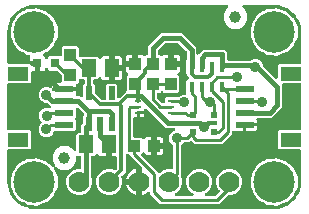
<source format=gbr>
G04 EAGLE Gerber RS-274X export*
G75*
%MOMM*%
%FSLAX34Y34*%
%LPD*%
%INTop Copper*%
%IPPOS*%
%AMOC8*
5,1,8,0,0,1.08239X$1,22.5*%
G01*
%ADD10R,1.240000X1.500000*%
%ADD11R,0.550000X1.200000*%
%ADD12R,1.000000X1.075000*%
%ADD13R,0.450000X0.900000*%
%ADD14R,0.500000X0.500000*%
%ADD15R,0.500000X0.400000*%
%ADD16C,1.778000*%
%ADD17C,3.516000*%
%ADD18R,1.550000X0.600000*%
%ADD19R,1.800000X1.200000*%
%ADD20C,1.000000*%
%ADD21R,0.800000X0.800000*%
%ADD22R,0.550000X0.250000*%
%ADD23R,1.075000X1.000000*%
%ADD24C,0.406400*%
%ADD25C,0.906400*%
%ADD26C,0.254000*%
%ADD27C,0.889000*%
%ADD28C,0.304800*%

G36*
X228622Y2543D02*
X228622Y2543D01*
X228700Y2545D01*
X232077Y2810D01*
X232145Y2824D01*
X232214Y2829D01*
X232370Y2869D01*
X238794Y4956D01*
X238901Y5006D01*
X239012Y5050D01*
X239063Y5083D01*
X239082Y5091D01*
X239097Y5104D01*
X239148Y5136D01*
X244612Y9107D01*
X244699Y9188D01*
X244746Y9227D01*
X244752Y9231D01*
X244753Y9233D01*
X244791Y9264D01*
X244829Y9310D01*
X244844Y9324D01*
X244855Y9341D01*
X244893Y9387D01*
X246586Y11717D01*
X246599Y11741D01*
X246616Y11761D01*
X246675Y11879D01*
X246739Y11996D01*
X246746Y12022D01*
X246758Y12046D01*
X246785Y12174D01*
X246799Y12185D01*
X246823Y12196D01*
X246925Y12281D01*
X247031Y12361D01*
X247048Y12382D01*
X247068Y12398D01*
X247171Y12522D01*
X248864Y14852D01*
X248921Y14956D01*
X248985Y15056D01*
X249007Y15113D01*
X249017Y15131D01*
X249022Y15151D01*
X249044Y15206D01*
X251131Y21630D01*
X251144Y21698D01*
X251167Y21764D01*
X251190Y21923D01*
X251455Y25300D01*
X251455Y25304D01*
X251456Y25307D01*
X251455Y25326D01*
X251459Y25400D01*
X251459Y51598D01*
X251444Y51716D01*
X251437Y51835D01*
X251424Y51873D01*
X251419Y51914D01*
X251376Y52024D01*
X251339Y52137D01*
X251317Y52172D01*
X251302Y52209D01*
X251233Y52305D01*
X251169Y52406D01*
X251139Y52434D01*
X251116Y52467D01*
X251024Y52543D01*
X250937Y52624D01*
X250902Y52644D01*
X250871Y52669D01*
X250763Y52720D01*
X250659Y52778D01*
X250619Y52788D01*
X250583Y52805D01*
X250466Y52827D01*
X250351Y52857D01*
X250291Y52861D01*
X250271Y52865D01*
X250250Y52863D01*
X250190Y52867D01*
X232618Y52867D01*
X231427Y54058D01*
X231427Y67742D01*
X232618Y68933D01*
X250190Y68933D01*
X250308Y68948D01*
X250427Y68955D01*
X250465Y68968D01*
X250506Y68973D01*
X250616Y69016D01*
X250729Y69053D01*
X250764Y69075D01*
X250801Y69090D01*
X250897Y69159D01*
X250998Y69223D01*
X251026Y69253D01*
X251059Y69276D01*
X251135Y69368D01*
X251216Y69455D01*
X251236Y69490D01*
X251261Y69521D01*
X251312Y69629D01*
X251370Y69733D01*
X251380Y69773D01*
X251397Y69809D01*
X251419Y69926D01*
X251449Y70041D01*
X251453Y70101D01*
X251457Y70121D01*
X251455Y70142D01*
X251459Y70202D01*
X251459Y107598D01*
X251444Y107716D01*
X251437Y107835D01*
X251424Y107873D01*
X251419Y107914D01*
X251376Y108024D01*
X251339Y108137D01*
X251317Y108172D01*
X251302Y108209D01*
X251233Y108305D01*
X251169Y108406D01*
X251139Y108434D01*
X251116Y108467D01*
X251024Y108543D01*
X250937Y108624D01*
X250902Y108644D01*
X250871Y108669D01*
X250763Y108720D01*
X250659Y108778D01*
X250619Y108788D01*
X250583Y108805D01*
X250466Y108827D01*
X250351Y108857D01*
X250291Y108861D01*
X250271Y108865D01*
X250250Y108863D01*
X250190Y108867D01*
X236474Y108867D01*
X236356Y108852D01*
X236237Y108845D01*
X236199Y108832D01*
X236158Y108827D01*
X236048Y108784D01*
X235935Y108747D01*
X235900Y108725D01*
X235863Y108710D01*
X235767Y108641D01*
X235666Y108577D01*
X235638Y108547D01*
X235605Y108524D01*
X235529Y108432D01*
X235448Y108345D01*
X235428Y108310D01*
X235403Y108279D01*
X235352Y108171D01*
X235294Y108067D01*
X235284Y108027D01*
X235267Y107991D01*
X235245Y107874D01*
X235215Y107759D01*
X235211Y107699D01*
X235207Y107679D01*
X235209Y107658D01*
X235205Y107598D01*
X235205Y88486D01*
X226554Y79835D01*
X214647Y79835D01*
X214516Y79819D01*
X214384Y79808D01*
X214359Y79799D01*
X214332Y79795D01*
X214209Y79747D01*
X214084Y79703D01*
X214061Y79688D01*
X214036Y79678D01*
X213929Y79601D01*
X213819Y79527D01*
X213801Y79507D01*
X213779Y79492D01*
X213694Y79389D01*
X213606Y79291D01*
X213593Y79267D01*
X213576Y79247D01*
X213520Y79127D01*
X213458Y79009D01*
X213452Y78983D01*
X213441Y78959D01*
X213416Y78829D01*
X213385Y78700D01*
X213386Y78673D01*
X213381Y78647D01*
X213389Y78515D01*
X213392Y78382D01*
X213399Y78356D01*
X213401Y78329D01*
X213441Y78203D01*
X213477Y78076D01*
X213494Y78041D01*
X213499Y78027D01*
X213510Y78008D01*
X213548Y77931D01*
X213578Y77881D01*
X213751Y77234D01*
X213751Y75399D01*
X203690Y75399D01*
X203572Y75384D01*
X203453Y75377D01*
X203415Y75364D01*
X203375Y75359D01*
X203264Y75316D01*
X203151Y75279D01*
X203117Y75257D01*
X203079Y75242D01*
X202983Y75173D01*
X202882Y75109D01*
X202854Y75079D01*
X202822Y75056D01*
X202746Y74964D01*
X202664Y74877D01*
X202645Y74842D01*
X202619Y74811D01*
X202599Y74768D01*
X202522Y74712D01*
X202422Y74649D01*
X202394Y74619D01*
X202361Y74595D01*
X202285Y74504D01*
X202204Y74417D01*
X202184Y74382D01*
X202159Y74350D01*
X202108Y74243D01*
X202050Y74138D01*
X202040Y74099D01*
X202023Y74063D01*
X202001Y73946D01*
X201971Y73830D01*
X201967Y73770D01*
X201963Y73750D01*
X201965Y73730D01*
X201961Y73670D01*
X201961Y68359D01*
X195376Y68359D01*
X194722Y68534D01*
X194615Y68580D01*
X194495Y68636D01*
X194468Y68641D01*
X194444Y68651D01*
X194312Y68671D01*
X194182Y68696D01*
X194156Y68694D01*
X194129Y68698D01*
X193997Y68684D01*
X193865Y68676D01*
X193839Y68668D01*
X193813Y68665D01*
X193688Y68619D01*
X193563Y68578D01*
X193540Y68564D01*
X193514Y68554D01*
X193406Y68479D01*
X193294Y68408D01*
X193275Y68388D01*
X193253Y68373D01*
X193167Y68273D01*
X193076Y68176D01*
X193063Y68152D01*
X193045Y68132D01*
X192986Y68014D01*
X192922Y67898D01*
X192916Y67872D01*
X192904Y67847D01*
X192876Y67718D01*
X192843Y67590D01*
X192841Y67552D01*
X192837Y67536D01*
X192838Y67515D01*
X192833Y67429D01*
X192833Y66242D01*
X184248Y57657D01*
X161192Y57657D01*
X158898Y59952D01*
X158803Y60025D01*
X158714Y60103D01*
X158678Y60122D01*
X158646Y60147D01*
X158537Y60194D01*
X158431Y60248D01*
X158392Y60257D01*
X158354Y60273D01*
X158237Y60292D01*
X158121Y60318D01*
X158080Y60317D01*
X158040Y60323D01*
X157922Y60312D01*
X157803Y60308D01*
X157764Y60297D01*
X157724Y60293D01*
X157611Y60253D01*
X157497Y60220D01*
X157463Y60199D01*
X157424Y60185D01*
X157326Y60119D01*
X157223Y60058D01*
X157178Y60018D01*
X157161Y60007D01*
X157148Y59992D01*
X157103Y59952D01*
X156078Y58927D01*
X152557Y58927D01*
X152459Y58915D01*
X152360Y58912D01*
X152302Y58895D01*
X152241Y58887D01*
X152149Y58851D01*
X152054Y58823D01*
X152002Y58793D01*
X151946Y58770D01*
X151866Y58712D01*
X151780Y58662D01*
X151705Y58596D01*
X151688Y58584D01*
X151681Y58574D01*
X151659Y58556D01*
X149724Y56621D01*
X149664Y56542D01*
X149596Y56470D01*
X149567Y56417D01*
X149530Y56369D01*
X149490Y56278D01*
X149442Y56192D01*
X149427Y56133D01*
X149403Y56077D01*
X149388Y55979D01*
X149363Y55884D01*
X149357Y55784D01*
X149353Y55763D01*
X149355Y55751D01*
X149353Y55723D01*
X149353Y30891D01*
X149354Y30882D01*
X149353Y30873D01*
X149374Y30724D01*
X149393Y30576D01*
X149396Y30567D01*
X149397Y30558D01*
X149449Y30405D01*
X150623Y27573D01*
X150623Y23227D01*
X148960Y19213D01*
X145887Y16140D01*
X145319Y15905D01*
X145258Y15870D01*
X145193Y15844D01*
X145120Y15792D01*
X145042Y15747D01*
X144992Y15699D01*
X144936Y15658D01*
X144878Y15588D01*
X144814Y15526D01*
X144777Y15466D01*
X144733Y15413D01*
X144695Y15331D01*
X144648Y15255D01*
X144627Y15188D01*
X144597Y15125D01*
X144580Y15037D01*
X144554Y14951D01*
X144551Y14881D01*
X144538Y14812D01*
X144543Y14723D01*
X144539Y14633D01*
X144553Y14565D01*
X144557Y14495D01*
X144585Y14410D01*
X144603Y14322D01*
X144634Y14259D01*
X144655Y14193D01*
X144703Y14117D01*
X144743Y14036D01*
X144788Y13983D01*
X144826Y13924D01*
X144891Y13862D01*
X144949Y13794D01*
X145006Y13754D01*
X145057Y13706D01*
X145136Y13663D01*
X145209Y13611D01*
X145275Y13586D01*
X145336Y13552D01*
X145422Y13530D01*
X145507Y13498D01*
X145576Y13490D01*
X145644Y13473D01*
X145804Y13463D01*
X158996Y13463D01*
X159065Y13471D01*
X159135Y13470D01*
X159222Y13491D01*
X159311Y13503D01*
X159376Y13528D01*
X159444Y13545D01*
X159523Y13587D01*
X159607Y13620D01*
X159663Y13661D01*
X159725Y13693D01*
X159792Y13754D01*
X159864Y13806D01*
X159909Y13860D01*
X159960Y13907D01*
X160010Y13982D01*
X160067Y14051D01*
X160097Y14115D01*
X160135Y14173D01*
X160164Y14258D01*
X160203Y14339D01*
X160216Y14408D01*
X160238Y14474D01*
X160246Y14563D01*
X160262Y14651D01*
X160258Y14721D01*
X160264Y14791D01*
X160248Y14879D01*
X160243Y14969D01*
X160221Y15035D01*
X160209Y15104D01*
X160172Y15186D01*
X160145Y15271D01*
X160107Y15330D01*
X160079Y15394D01*
X160023Y15464D01*
X159974Y15540D01*
X159924Y15588D01*
X159880Y15642D01*
X159808Y15697D01*
X159743Y15758D01*
X159682Y15792D01*
X159626Y15834D01*
X159481Y15905D01*
X158913Y16140D01*
X155840Y19213D01*
X154177Y23227D01*
X154177Y27573D01*
X155840Y31587D01*
X158913Y34660D01*
X162927Y36323D01*
X167273Y36323D01*
X171287Y34660D01*
X174360Y31587D01*
X176023Y27573D01*
X176023Y23227D01*
X174360Y19213D01*
X171287Y16140D01*
X170719Y15905D01*
X170658Y15870D01*
X170593Y15844D01*
X170520Y15792D01*
X170442Y15747D01*
X170392Y15699D01*
X170336Y15658D01*
X170278Y15588D01*
X170214Y15526D01*
X170177Y15466D01*
X170133Y15413D01*
X170095Y15331D01*
X170048Y15255D01*
X170027Y15188D01*
X169997Y15125D01*
X169980Y15037D01*
X169954Y14951D01*
X169951Y14881D01*
X169938Y14812D01*
X169943Y14723D01*
X169939Y14633D01*
X169953Y14565D01*
X169957Y14495D01*
X169985Y14410D01*
X170003Y14322D01*
X170034Y14259D01*
X170055Y14193D01*
X170103Y14117D01*
X170143Y14036D01*
X170188Y13983D01*
X170226Y13924D01*
X170291Y13862D01*
X170349Y13794D01*
X170406Y13754D01*
X170457Y13706D01*
X170536Y13663D01*
X170609Y13611D01*
X170675Y13586D01*
X170736Y13552D01*
X170822Y13530D01*
X170907Y13498D01*
X170976Y13490D01*
X171044Y13473D01*
X171204Y13463D01*
X178446Y13463D01*
X178544Y13475D01*
X178643Y13478D01*
X178702Y13495D01*
X178762Y13503D01*
X178854Y13539D01*
X178949Y13567D01*
X179001Y13597D01*
X179057Y13620D01*
X179137Y13678D01*
X179223Y13728D01*
X179298Y13794D01*
X179315Y13806D01*
X179323Y13816D01*
X179344Y13834D01*
X182084Y16574D01*
X182157Y16669D01*
X182235Y16758D01*
X182254Y16794D01*
X182279Y16826D01*
X182326Y16935D01*
X182380Y17041D01*
X182389Y17080D01*
X182405Y17117D01*
X182424Y17235D01*
X182450Y17351D01*
X182448Y17392D01*
X182455Y17432D01*
X182444Y17550D01*
X182440Y17669D01*
X182429Y17708D01*
X182425Y17748D01*
X182385Y17860D01*
X182352Y17975D01*
X182331Y18009D01*
X182317Y18047D01*
X182250Y18146D01*
X182190Y18249D01*
X182150Y18294D01*
X182139Y18311D01*
X182123Y18324D01*
X182084Y18369D01*
X181240Y19213D01*
X179577Y23227D01*
X179577Y27573D01*
X181240Y31587D01*
X184313Y34660D01*
X188327Y36323D01*
X192673Y36323D01*
X196687Y34660D01*
X199760Y31587D01*
X201423Y27573D01*
X201423Y23227D01*
X199760Y19213D01*
X196687Y16140D01*
X192673Y14477D01*
X189854Y14477D01*
X189756Y14465D01*
X189657Y14462D01*
X189598Y14445D01*
X189538Y14437D01*
X189446Y14401D01*
X189351Y14373D01*
X189299Y14343D01*
X189243Y14320D01*
X189163Y14262D01*
X189077Y14212D01*
X189002Y14146D01*
X188985Y14134D01*
X188977Y14124D01*
X188956Y14106D01*
X181708Y6857D01*
X131982Y6857D01*
X123697Y15142D01*
X123697Y15607D01*
X123692Y15647D01*
X123695Y15687D01*
X123672Y15804D01*
X123657Y15923D01*
X123643Y15960D01*
X123635Y15999D01*
X123584Y16107D01*
X123540Y16219D01*
X123517Y16251D01*
X123500Y16287D01*
X123424Y16379D01*
X123354Y16476D01*
X123323Y16501D01*
X123298Y16532D01*
X123201Y16602D01*
X123109Y16679D01*
X123073Y16696D01*
X123040Y16719D01*
X122929Y16763D01*
X122821Y16814D01*
X122782Y16822D01*
X122745Y16836D01*
X122626Y16852D01*
X122509Y16874D01*
X122469Y16872D01*
X122429Y16877D01*
X122311Y16862D01*
X122191Y16854D01*
X122153Y16842D01*
X122114Y16837D01*
X122002Y16793D01*
X121889Y16756D01*
X121855Y16735D01*
X121818Y16720D01*
X121682Y16634D01*
X120291Y15624D01*
X118688Y14807D01*
X116977Y14251D01*
X116799Y14223D01*
X116799Y24170D01*
X116784Y24288D01*
X116777Y24407D01*
X116764Y24445D01*
X116759Y24485D01*
X116716Y24596D01*
X116679Y24709D01*
X116657Y24743D01*
X116642Y24781D01*
X116573Y24877D01*
X116509Y24978D01*
X116479Y25006D01*
X116456Y25038D01*
X116364Y25114D01*
X116277Y25196D01*
X116242Y25215D01*
X116211Y25241D01*
X116103Y25292D01*
X115999Y25349D01*
X115959Y25359D01*
X115923Y25377D01*
X115816Y25397D01*
X115846Y25401D01*
X115956Y25445D01*
X116069Y25481D01*
X116104Y25503D01*
X116141Y25518D01*
X116237Y25588D01*
X116338Y25651D01*
X116366Y25681D01*
X116399Y25705D01*
X116475Y25796D01*
X116556Y25883D01*
X116576Y25918D01*
X116601Y25950D01*
X116652Y26057D01*
X116710Y26162D01*
X116720Y26201D01*
X116737Y26237D01*
X116759Y26354D01*
X116789Y26470D01*
X116793Y26530D01*
X116797Y26550D01*
X116795Y26570D01*
X116797Y26576D01*
X116796Y26583D01*
X116799Y26630D01*
X116799Y36754D01*
X116787Y36852D01*
X116784Y36951D01*
X116767Y37010D01*
X116759Y37070D01*
X116723Y37162D01*
X116695Y37257D01*
X116665Y37309D01*
X116642Y37365D01*
X116584Y37446D01*
X116534Y37531D01*
X116468Y37606D01*
X116456Y37623D01*
X116446Y37631D01*
X116428Y37652D01*
X108614Y45466D01*
X106286Y47793D01*
X106285Y47815D01*
X106272Y47853D01*
X106267Y47894D01*
X106224Y48004D01*
X106187Y48117D01*
X106165Y48152D01*
X106150Y48189D01*
X106081Y48285D01*
X106017Y48386D01*
X105987Y48414D01*
X105964Y48447D01*
X105872Y48523D01*
X105785Y48604D01*
X105750Y48624D01*
X105719Y48649D01*
X105611Y48700D01*
X105507Y48758D01*
X105467Y48768D01*
X105431Y48785D01*
X105314Y48807D01*
X105199Y48837D01*
X105139Y48841D01*
X105119Y48845D01*
X105098Y48843D01*
X105038Y48847D01*
X103886Y48847D01*
X103768Y48832D01*
X103649Y48825D01*
X103611Y48812D01*
X103570Y48807D01*
X103460Y48764D01*
X103347Y48727D01*
X103312Y48705D01*
X103275Y48690D01*
X103179Y48621D01*
X103078Y48557D01*
X103050Y48527D01*
X103017Y48504D01*
X102941Y48412D01*
X102860Y48325D01*
X102840Y48290D01*
X102815Y48259D01*
X102764Y48151D01*
X102706Y48047D01*
X102696Y48007D01*
X102679Y47971D01*
X102657Y47854D01*
X102627Y47739D01*
X102623Y47679D01*
X102619Y47659D01*
X102621Y47638D01*
X102617Y47578D01*
X102617Y34087D01*
X100161Y31632D01*
X100161Y31631D01*
X99333Y30803D01*
X99315Y30780D01*
X99292Y30760D01*
X99217Y30654D01*
X99138Y30552D01*
X99126Y30524D01*
X99109Y30500D01*
X99063Y30379D01*
X99012Y30260D01*
X99007Y30231D01*
X98996Y30203D01*
X98982Y30074D01*
X98962Y29946D01*
X98964Y29916D01*
X98961Y29887D01*
X98979Y29758D01*
X98991Y29629D01*
X99001Y29601D01*
X99006Y29572D01*
X99058Y29420D01*
X99823Y27573D01*
X99823Y23227D01*
X98160Y19213D01*
X95087Y16140D01*
X91073Y14477D01*
X86727Y14477D01*
X82713Y16140D01*
X79640Y19213D01*
X77977Y23227D01*
X77977Y27573D01*
X79640Y31587D01*
X82713Y34660D01*
X86727Y36323D01*
X91073Y36323D01*
X92920Y35558D01*
X92948Y35550D01*
X92974Y35536D01*
X93101Y35508D01*
X93226Y35474D01*
X93256Y35473D01*
X93285Y35467D01*
X93415Y35471D01*
X93544Y35469D01*
X93573Y35476D01*
X93603Y35476D01*
X93727Y35513D01*
X93854Y35543D01*
X93880Y35557D01*
X93908Y35565D01*
X94020Y35631D01*
X94135Y35692D01*
X94157Y35711D01*
X94182Y35726D01*
X94303Y35833D01*
X95132Y36662D01*
X95192Y36740D01*
X95260Y36812D01*
X95289Y36865D01*
X95326Y36913D01*
X95366Y37004D01*
X95414Y37090D01*
X95429Y37149D01*
X95453Y37205D01*
X95468Y37303D01*
X95493Y37398D01*
X95499Y37498D01*
X95503Y37519D01*
X95501Y37531D01*
X95503Y37559D01*
X95503Y45840D01*
X95488Y45958D01*
X95481Y46077D01*
X95468Y46115D01*
X95463Y46156D01*
X95420Y46266D01*
X95383Y46379D01*
X95361Y46414D01*
X95346Y46451D01*
X95277Y46547D01*
X95213Y46648D01*
X95183Y46676D01*
X95160Y46709D01*
X95068Y46785D01*
X94981Y46866D01*
X94946Y46886D01*
X94915Y46911D01*
X94807Y46962D01*
X94703Y47020D01*
X94663Y47030D01*
X94627Y47047D01*
X94510Y47069D01*
X94395Y47099D01*
X94335Y47103D01*
X94315Y47107D01*
X94294Y47105D01*
X94234Y47109D01*
X90779Y47109D01*
X90779Y55880D01*
X90764Y55998D01*
X90757Y56117D01*
X90744Y56155D01*
X90739Y56195D01*
X90695Y56306D01*
X90659Y56419D01*
X90637Y56454D01*
X90622Y56491D01*
X90552Y56587D01*
X90489Y56688D01*
X90459Y56716D01*
X90435Y56748D01*
X90344Y56824D01*
X90257Y56906D01*
X90222Y56925D01*
X90190Y56951D01*
X90083Y57002D01*
X89979Y57059D01*
X89939Y57070D01*
X89903Y57087D01*
X89786Y57109D01*
X89671Y57139D01*
X89610Y57143D01*
X89590Y57147D01*
X89570Y57145D01*
X89510Y57149D01*
X86970Y57149D01*
X86852Y57134D01*
X86733Y57127D01*
X86695Y57114D01*
X86655Y57109D01*
X86544Y57065D01*
X86431Y57029D01*
X86396Y57007D01*
X86359Y56992D01*
X86263Y56922D01*
X86162Y56859D01*
X86134Y56829D01*
X86101Y56805D01*
X86026Y56714D01*
X85944Y56627D01*
X85924Y56592D01*
X85899Y56560D01*
X85848Y56453D01*
X85790Y56349D01*
X85780Y56309D01*
X85763Y56273D01*
X85741Y56156D01*
X85711Y56041D01*
X85707Y55980D01*
X85703Y55960D01*
X85705Y55940D01*
X85704Y55934D01*
X85703Y55930D01*
X85704Y55925D01*
X85701Y55880D01*
X85701Y47109D01*
X81706Y47109D01*
X81059Y47282D01*
X80480Y47617D01*
X80007Y48090D01*
X79644Y48719D01*
X79568Y48819D01*
X79497Y48923D01*
X79472Y48946D01*
X79451Y48973D01*
X79353Y49051D01*
X79259Y49134D01*
X79229Y49149D01*
X79202Y49170D01*
X79087Y49221D01*
X78975Y49279D01*
X78942Y49286D01*
X78912Y49300D01*
X78788Y49321D01*
X78665Y49348D01*
X78631Y49347D01*
X78598Y49353D01*
X78473Y49342D01*
X78347Y49339D01*
X78315Y49329D01*
X78281Y49326D01*
X78163Y49285D01*
X78042Y49250D01*
X78013Y49233D01*
X77981Y49222D01*
X77876Y49152D01*
X77768Y49089D01*
X77731Y49056D01*
X77716Y49046D01*
X77701Y49030D01*
X77647Y48982D01*
X76282Y47617D01*
X74574Y47617D01*
X74456Y47602D01*
X74337Y47595D01*
X74299Y47582D01*
X74258Y47577D01*
X74148Y47534D01*
X74035Y47497D01*
X74000Y47475D01*
X73963Y47460D01*
X73867Y47391D01*
X73766Y47327D01*
X73738Y47297D01*
X73705Y47274D01*
X73629Y47182D01*
X73548Y47095D01*
X73528Y47060D01*
X73503Y47029D01*
X73452Y46921D01*
X73394Y46817D01*
X73384Y46777D01*
X73367Y46741D01*
X73345Y46624D01*
X73315Y46509D01*
X73311Y46449D01*
X73307Y46429D01*
X73309Y46408D01*
X73305Y46348D01*
X73305Y30524D01*
X73306Y30515D01*
X73305Y30506D01*
X73326Y30357D01*
X73345Y30209D01*
X73348Y30200D01*
X73349Y30191D01*
X73401Y30038D01*
X74423Y27573D01*
X74423Y23227D01*
X72760Y19213D01*
X69687Y16140D01*
X65673Y14477D01*
X61327Y14477D01*
X57313Y16140D01*
X54240Y19213D01*
X52577Y23227D01*
X52577Y27573D01*
X54240Y31587D01*
X57313Y34660D01*
X61327Y36323D01*
X63906Y36323D01*
X64024Y36338D01*
X64143Y36345D01*
X64181Y36358D01*
X64222Y36363D01*
X64332Y36406D01*
X64445Y36443D01*
X64480Y36465D01*
X64517Y36480D01*
X64613Y36549D01*
X64714Y36613D01*
X64742Y36643D01*
X64775Y36666D01*
X64851Y36758D01*
X64932Y36845D01*
X64952Y36880D01*
X64977Y36911D01*
X65028Y37019D01*
X65086Y37123D01*
X65096Y37163D01*
X65113Y37199D01*
X65135Y37316D01*
X65165Y37431D01*
X65169Y37491D01*
X65173Y37511D01*
X65171Y37532D01*
X65175Y37592D01*
X65175Y46348D01*
X65160Y46466D01*
X65153Y46585D01*
X65140Y46623D01*
X65135Y46664D01*
X65092Y46774D01*
X65055Y46887D01*
X65033Y46922D01*
X65018Y46959D01*
X64949Y47055D01*
X64885Y47156D01*
X64855Y47184D01*
X64832Y47217D01*
X64740Y47293D01*
X64653Y47374D01*
X64618Y47394D01*
X64587Y47419D01*
X64479Y47470D01*
X64375Y47528D01*
X64335Y47538D01*
X64299Y47555D01*
X64182Y47577D01*
X64067Y47607D01*
X64007Y47611D01*
X63987Y47615D01*
X63966Y47613D01*
X63906Y47617D01*
X62070Y47617D01*
X61952Y47602D01*
X61833Y47595D01*
X61795Y47582D01*
X61754Y47577D01*
X61644Y47534D01*
X61531Y47497D01*
X61496Y47475D01*
X61459Y47460D01*
X61363Y47391D01*
X61262Y47327D01*
X61234Y47297D01*
X61201Y47274D01*
X61125Y47182D01*
X61044Y47095D01*
X61024Y47060D01*
X60999Y47029D01*
X60948Y46921D01*
X60890Y46817D01*
X60880Y46777D01*
X60863Y46741D01*
X60841Y46624D01*
X60811Y46509D01*
X60807Y46449D01*
X60803Y46429D01*
X60805Y46408D01*
X60801Y46348D01*
X60801Y43040D01*
X58121Y38399D01*
X53480Y35719D01*
X48120Y35719D01*
X43780Y38225D01*
X43722Y38250D01*
X43668Y38283D01*
X43576Y38311D01*
X43487Y38348D01*
X43424Y38358D01*
X43364Y38376D01*
X43268Y38381D01*
X43172Y38395D01*
X43109Y38388D01*
X43047Y38391D01*
X42952Y38372D01*
X42856Y38362D01*
X42843Y38357D01*
X42848Y38368D01*
X42903Y38474D01*
X42912Y38513D01*
X42929Y38550D01*
X42949Y38668D01*
X42976Y38784D01*
X42975Y38824D01*
X42982Y38863D01*
X42972Y38982D01*
X42970Y39102D01*
X42959Y39140D01*
X42956Y39180D01*
X42917Y39293D01*
X42885Y39408D01*
X42858Y39461D01*
X42851Y39481D01*
X42840Y39498D01*
X42813Y39552D01*
X40799Y43040D01*
X40799Y48400D01*
X43479Y53041D01*
X48120Y55721D01*
X53480Y55721D01*
X58121Y53041D01*
X58639Y52144D01*
X58727Y52028D01*
X58812Y51910D01*
X58823Y51902D01*
X58831Y51891D01*
X58945Y51801D01*
X59057Y51707D01*
X59070Y51702D01*
X59080Y51693D01*
X59214Y51634D01*
X59345Y51572D01*
X59358Y51569D01*
X59371Y51564D01*
X59515Y51539D01*
X59658Y51512D01*
X59671Y51513D01*
X59684Y51511D01*
X59830Y51523D01*
X59975Y51532D01*
X59988Y51536D01*
X60001Y51537D01*
X60139Y51585D01*
X60277Y51630D01*
X60289Y51637D01*
X60302Y51642D01*
X60423Y51722D01*
X60546Y51800D01*
X60555Y51810D01*
X60567Y51817D01*
X60664Y51925D01*
X60764Y52032D01*
X60771Y52044D01*
X60780Y52054D01*
X60847Y52183D01*
X60918Y52310D01*
X60921Y52323D01*
X60927Y52335D01*
X60961Y52477D01*
X60997Y52618D01*
X60998Y52636D01*
X61000Y52645D01*
X61000Y52662D01*
X61007Y52779D01*
X61007Y65492D01*
X62198Y66683D01*
X63906Y66683D01*
X64024Y66698D01*
X64143Y66705D01*
X64181Y66718D01*
X64222Y66723D01*
X64332Y66766D01*
X64445Y66803D01*
X64480Y66825D01*
X64517Y66840D01*
X64613Y66909D01*
X64714Y66973D01*
X64742Y67003D01*
X64775Y67026D01*
X64851Y67118D01*
X64932Y67205D01*
X64952Y67240D01*
X64977Y67271D01*
X65028Y67379D01*
X65086Y67483D01*
X65096Y67523D01*
X65113Y67559D01*
X65135Y67676D01*
X65165Y67791D01*
X65169Y67851D01*
X65173Y67871D01*
X65171Y67892D01*
X65175Y67952D01*
X65175Y73773D01*
X66626Y75223D01*
X66686Y75301D01*
X66754Y75373D01*
X66783Y75426D01*
X66820Y75474D01*
X66860Y75565D01*
X66908Y75652D01*
X66923Y75710D01*
X66947Y75766D01*
X66962Y75864D01*
X66987Y75960D01*
X66993Y76060D01*
X66997Y76080D01*
X66995Y76092D01*
X66997Y76120D01*
X66997Y81471D01*
X67121Y81595D01*
X67194Y81689D01*
X67273Y81778D01*
X67292Y81815D01*
X67316Y81846D01*
X67364Y81956D01*
X67418Y82062D01*
X67427Y82101D01*
X67443Y82138D01*
X67461Y82256D01*
X67487Y82372D01*
X67486Y82412D01*
X67493Y82452D01*
X67481Y82571D01*
X67478Y82690D01*
X67467Y82729D01*
X67463Y82769D01*
X67422Y82881D01*
X67389Y82995D01*
X67369Y83030D01*
X67355Y83068D01*
X67288Y83167D01*
X67228Y83269D01*
X67195Y83307D01*
X67192Y83312D01*
X67187Y83316D01*
X67177Y83331D01*
X67161Y83345D01*
X67121Y83390D01*
X62489Y88022D01*
X62380Y88107D01*
X62273Y88196D01*
X62254Y88205D01*
X62238Y88217D01*
X62110Y88273D01*
X61985Y88332D01*
X61965Y88335D01*
X61946Y88343D01*
X61808Y88365D01*
X61672Y88391D01*
X61652Y88390D01*
X61632Y88393D01*
X61493Y88380D01*
X61355Y88372D01*
X61336Y88365D01*
X61316Y88363D01*
X61184Y88316D01*
X61053Y88274D01*
X61035Y88263D01*
X61016Y88256D01*
X60901Y88178D01*
X60784Y88103D01*
X60770Y88089D01*
X60753Y88077D01*
X60661Y87973D01*
X60566Y87872D01*
X60556Y87854D01*
X60543Y87839D01*
X60479Y87715D01*
X60412Y87593D01*
X60407Y87574D01*
X60398Y87556D01*
X60368Y87420D01*
X60333Y87285D01*
X60331Y87257D01*
X60328Y87245D01*
X60329Y87225D01*
X60323Y87125D01*
X60323Y80058D01*
X60062Y79798D01*
X59989Y79703D01*
X59910Y79614D01*
X59892Y79578D01*
X59867Y79546D01*
X59820Y79437D01*
X59766Y79331D01*
X59757Y79292D01*
X59741Y79254D01*
X59722Y79136D01*
X59696Y79021D01*
X59697Y78980D01*
X59691Y78940D01*
X59702Y78822D01*
X59706Y78703D01*
X59717Y78664D01*
X59721Y78624D01*
X59761Y78512D01*
X59794Y78397D01*
X59815Y78362D01*
X59828Y78324D01*
X59895Y78226D01*
X59956Y78123D01*
X59996Y78078D01*
X60007Y78061D01*
X60022Y78048D01*
X60062Y78003D01*
X60323Y77742D01*
X60323Y70058D01*
X59132Y68867D01*
X43107Y68867D01*
X43077Y68864D01*
X43048Y68866D01*
X42920Y68844D01*
X42791Y68827D01*
X42764Y68817D01*
X42735Y68812D01*
X42616Y68758D01*
X42495Y68710D01*
X42472Y68693D01*
X42445Y68681D01*
X42343Y68600D01*
X42238Y68524D01*
X42219Y68501D01*
X42196Y68482D01*
X42118Y68379D01*
X42035Y68279D01*
X42023Y68252D01*
X42005Y68228D01*
X41934Y68084D01*
X41125Y66131D01*
X39279Y64285D01*
X36866Y63285D01*
X34254Y63285D01*
X31841Y64285D01*
X29995Y66131D01*
X28995Y68544D01*
X28995Y71156D01*
X29995Y73569D01*
X31320Y74894D01*
X31393Y74988D01*
X31471Y75077D01*
X31490Y75113D01*
X31515Y75145D01*
X31562Y75254D01*
X31616Y75360D01*
X31625Y75400D01*
X31641Y75437D01*
X31660Y75555D01*
X31686Y75670D01*
X31684Y75711D01*
X31691Y75751D01*
X31680Y75869D01*
X31676Y75988D01*
X31665Y76027D01*
X31661Y76067D01*
X31621Y76179D01*
X31588Y76294D01*
X31567Y76329D01*
X31553Y76367D01*
X31486Y76465D01*
X31426Y76568D01*
X31386Y76613D01*
X31375Y76630D01*
X31359Y76643D01*
X31320Y76689D01*
X30221Y77787D01*
X29221Y80200D01*
X29221Y82812D01*
X30221Y85225D01*
X32067Y87071D01*
X34480Y88071D01*
X37092Y88071D01*
X37528Y87890D01*
X37595Y87872D01*
X37660Y87844D01*
X37748Y87830D01*
X37835Y87806D01*
X37905Y87805D01*
X37974Y87794D01*
X38063Y87803D01*
X38153Y87801D01*
X38221Y87817D01*
X38290Y87824D01*
X38375Y87854D01*
X38462Y87875D01*
X38524Y87908D01*
X38590Y87931D01*
X38664Y87982D01*
X38743Y88024D01*
X38795Y88071D01*
X38853Y88110D01*
X38912Y88177D01*
X38979Y88238D01*
X39017Y88296D01*
X39063Y88349D01*
X39104Y88428D01*
X39153Y88504D01*
X39176Y88570D01*
X39208Y88632D01*
X39227Y88719D01*
X39257Y88804D01*
X39262Y88874D01*
X39277Y88942D01*
X39275Y89032D01*
X39282Y89121D01*
X39270Y89190D01*
X39268Y89260D01*
X39243Y89346D01*
X39227Y89435D01*
X39199Y89498D01*
X39179Y89565D01*
X39134Y89643D01*
X39097Y89725D01*
X39053Y89779D01*
X39018Y89839D01*
X38911Y89960D01*
X36748Y92124D01*
X36670Y92184D01*
X36598Y92252D01*
X36545Y92281D01*
X36497Y92318D01*
X36406Y92358D01*
X36319Y92406D01*
X36261Y92421D01*
X36205Y92445D01*
X36107Y92460D01*
X36011Y92485D01*
X35911Y92491D01*
X35891Y92495D01*
X35879Y92493D01*
X35851Y92495D01*
X34254Y92495D01*
X31841Y93495D01*
X29995Y95341D01*
X28995Y97754D01*
X28995Y100366D01*
X29995Y102779D01*
X31841Y104625D01*
X34254Y105625D01*
X36866Y105625D01*
X38494Y104950D01*
X38542Y104937D01*
X38587Y104916D01*
X38695Y104895D01*
X38801Y104866D01*
X38851Y104865D01*
X38900Y104856D01*
X39009Y104863D01*
X39119Y104861D01*
X39167Y104873D01*
X39217Y104876D01*
X39321Y104910D01*
X39428Y104935D01*
X39472Y104959D01*
X39519Y104974D01*
X39612Y105033D01*
X39709Y105084D01*
X39746Y105117D01*
X39788Y105144D01*
X39863Y105224D01*
X39945Y105298D01*
X39972Y105340D01*
X40006Y105376D01*
X40059Y105472D01*
X40119Y105564D01*
X40136Y105611D01*
X40160Y105654D01*
X40187Y105760D01*
X40223Y105865D01*
X40227Y105914D01*
X40239Y105962D01*
X40249Y106123D01*
X40249Y107234D01*
X40422Y107881D01*
X40757Y108460D01*
X41230Y108933D01*
X41809Y109268D01*
X42456Y109441D01*
X47578Y109441D01*
X47696Y109456D01*
X47815Y109463D01*
X47853Y109476D01*
X47894Y109481D01*
X48004Y109524D01*
X48117Y109561D01*
X48152Y109583D01*
X48189Y109598D01*
X48285Y109667D01*
X48386Y109731D01*
X48414Y109761D01*
X48447Y109784D01*
X48523Y109876D01*
X48604Y109963D01*
X48624Y109998D01*
X48649Y110029D01*
X48700Y110137D01*
X48758Y110241D01*
X48768Y110281D01*
X48785Y110317D01*
X48807Y110434D01*
X48837Y110549D01*
X48841Y110609D01*
X48845Y110629D01*
X48843Y110650D01*
X48847Y110710D01*
X48847Y114746D01*
X48835Y114844D01*
X48832Y114943D01*
X48815Y115002D01*
X48807Y115062D01*
X48771Y115154D01*
X48743Y115249D01*
X48713Y115301D01*
X48690Y115357D01*
X48632Y115437D01*
X48582Y115523D01*
X48516Y115598D01*
X48504Y115615D01*
X48494Y115623D01*
X48476Y115644D01*
X44794Y119326D01*
X44715Y119386D01*
X44643Y119454D01*
X44590Y119483D01*
X44542Y119520D01*
X44451Y119560D01*
X44365Y119608D01*
X44306Y119623D01*
X44251Y119647D01*
X44153Y119662D01*
X44057Y119687D01*
X43957Y119693D01*
X43936Y119697D01*
X43924Y119695D01*
X43896Y119697D01*
X38218Y119697D01*
X37016Y120899D01*
X37008Y120962D01*
X36991Y121113D01*
X36988Y121119D01*
X36987Y121126D01*
X36931Y121268D01*
X36877Y121410D01*
X36873Y121416D01*
X36870Y121422D01*
X36781Y121545D01*
X36693Y121669D01*
X36688Y121674D01*
X36684Y121679D01*
X36565Y121777D01*
X36450Y121875D01*
X36444Y121878D01*
X36439Y121882D01*
X36302Y121946D01*
X36164Y122013D01*
X36157Y122015D01*
X36151Y122018D01*
X36003Y122046D01*
X35852Y122076D01*
X35845Y122076D01*
X35839Y122077D01*
X35687Y122068D01*
X35534Y122060D01*
X35528Y122058D01*
X35521Y122058D01*
X35376Y122011D01*
X35231Y121965D01*
X35225Y121962D01*
X35219Y121960D01*
X35090Y121878D01*
X34960Y121798D01*
X34956Y121793D01*
X34950Y121789D01*
X34845Y121678D01*
X34740Y121569D01*
X34737Y121563D01*
X34732Y121558D01*
X34658Y121424D01*
X34583Y121292D01*
X34581Y121283D01*
X34578Y121279D01*
X34576Y121269D01*
X34532Y121139D01*
X34428Y120749D01*
X34093Y120170D01*
X33620Y119697D01*
X33041Y119362D01*
X32394Y119189D01*
X30059Y119189D01*
X30059Y125000D01*
X30044Y125118D01*
X30037Y125237D01*
X30024Y125275D01*
X30019Y125315D01*
X29976Y125426D01*
X29939Y125539D01*
X29917Y125573D01*
X29902Y125611D01*
X29833Y125707D01*
X29769Y125808D01*
X29739Y125836D01*
X29716Y125868D01*
X29624Y125944D01*
X29537Y126026D01*
X29502Y126045D01*
X29471Y126071D01*
X29363Y126122D01*
X29259Y126179D01*
X29219Y126189D01*
X29183Y126207D01*
X29066Y126229D01*
X28951Y126259D01*
X28891Y126263D01*
X28871Y126266D01*
X28850Y126265D01*
X28790Y126269D01*
X28599Y126269D01*
X28599Y126460D01*
X28584Y126578D01*
X28577Y126697D01*
X28564Y126735D01*
X28559Y126776D01*
X28515Y126886D01*
X28479Y126999D01*
X28457Y127034D01*
X28442Y127071D01*
X28372Y127167D01*
X28309Y127268D01*
X28279Y127296D01*
X28255Y127329D01*
X28164Y127405D01*
X28077Y127486D01*
X28042Y127506D01*
X28010Y127531D01*
X27903Y127582D01*
X27798Y127640D01*
X27759Y127650D01*
X27723Y127667D01*
X27606Y127689D01*
X27490Y127719D01*
X27430Y127723D01*
X27410Y127727D01*
X27390Y127725D01*
X27330Y127729D01*
X21519Y127729D01*
X21519Y130064D01*
X21692Y130711D01*
X21899Y131068D01*
X21916Y131108D01*
X21939Y131144D01*
X21977Y131254D01*
X22022Y131362D01*
X22028Y131404D01*
X22042Y131445D01*
X22052Y131561D01*
X22069Y131676D01*
X22064Y131719D01*
X22068Y131762D01*
X22048Y131877D01*
X22036Y131992D01*
X22021Y132033D01*
X22013Y132075D01*
X21965Y132181D01*
X21925Y132291D01*
X21900Y132326D01*
X21883Y132365D01*
X21810Y132456D01*
X21743Y132552D01*
X21711Y132580D01*
X21684Y132613D01*
X21591Y132684D01*
X21503Y132760D01*
X21464Y132779D01*
X21430Y132805D01*
X21285Y132876D01*
X20951Y133014D01*
X20852Y133041D01*
X20757Y133077D01*
X20665Y133092D01*
X20644Y133098D01*
X20631Y133098D01*
X20598Y133104D01*
X19179Y133253D01*
X16215Y134964D01*
X16213Y134965D01*
X16210Y134967D01*
X16066Y135038D01*
X14290Y135773D01*
X13693Y136370D01*
X13626Y136422D01*
X13565Y136483D01*
X13451Y136558D01*
X13442Y136565D01*
X13438Y136567D01*
X13431Y136572D01*
X11929Y137439D01*
X10139Y139903D01*
X10126Y139917D01*
X10116Y139933D01*
X10009Y140054D01*
X8773Y141290D01*
X8357Y142296D01*
X8322Y142356D01*
X8297Y142420D01*
X8211Y142556D01*
X7008Y144211D01*
X6447Y146849D01*
X6436Y146883D01*
X6431Y146919D01*
X6379Y147071D01*
X5787Y148499D01*
X5787Y149822D01*
X5781Y149874D01*
X5783Y149926D01*
X5760Y150086D01*
X5268Y152400D01*
X5760Y154714D01*
X5764Y154767D01*
X5777Y154817D01*
X5787Y154978D01*
X5787Y156301D01*
X6379Y157729D01*
X6388Y157763D01*
X6404Y157795D01*
X6447Y157951D01*
X7008Y160589D01*
X8211Y162244D01*
X8244Y162305D01*
X8286Y162360D01*
X8357Y162504D01*
X8773Y163510D01*
X10009Y164746D01*
X10021Y164761D01*
X10036Y164773D01*
X10139Y164897D01*
X11929Y167361D01*
X13431Y168228D01*
X13499Y168280D01*
X13573Y168324D01*
X13675Y168414D01*
X13684Y168421D01*
X13687Y168424D01*
X13693Y168430D01*
X14290Y169027D01*
X16066Y169762D01*
X16068Y169764D01*
X16071Y169764D01*
X16215Y169836D01*
X18972Y171428D01*
X18993Y171444D01*
X19017Y171455D01*
X19119Y171540D01*
X19166Y171575D01*
X19203Y171568D01*
X19229Y171569D01*
X19256Y171565D01*
X19416Y171572D01*
X20598Y171696D01*
X20698Y171720D01*
X20799Y171734D01*
X20887Y171764D01*
X20908Y171769D01*
X20920Y171775D01*
X20951Y171786D01*
X21499Y172013D01*
X23543Y172013D01*
X23560Y172015D01*
X23676Y172020D01*
X27504Y172422D01*
X28573Y172075D01*
X28690Y172053D01*
X28805Y172023D01*
X28865Y172019D01*
X28885Y172015D01*
X28906Y172017D01*
X28965Y172013D01*
X29301Y172013D01*
X31209Y171223D01*
X31230Y171217D01*
X31303Y171188D01*
X35466Y169835D01*
X36078Y169285D01*
X36189Y169207D01*
X36297Y169126D01*
X36327Y169111D01*
X36339Y169103D01*
X36359Y169096D01*
X36441Y169055D01*
X36510Y169027D01*
X37805Y167732D01*
X37819Y167721D01*
X37853Y167686D01*
X41687Y164234D01*
X41900Y163756D01*
X41979Y163626D01*
X42250Y162971D01*
X42255Y162963D01*
X42263Y162941D01*
X45092Y156586D01*
X45092Y148214D01*
X42263Y141859D01*
X42260Y141849D01*
X42250Y141829D01*
X41994Y141211D01*
X41975Y141187D01*
X41970Y141179D01*
X41968Y141175D01*
X41963Y141164D01*
X41900Y141044D01*
X41687Y140566D01*
X37853Y137114D01*
X37841Y137100D01*
X37805Y137068D01*
X36510Y135773D01*
X36441Y135745D01*
X36324Y135678D01*
X36204Y135615D01*
X36177Y135594D01*
X36165Y135587D01*
X36150Y135572D01*
X36078Y135515D01*
X35466Y134965D01*
X33448Y134309D01*
X33352Y134264D01*
X33252Y134227D01*
X33208Y134196D01*
X33160Y134174D01*
X33078Y134106D01*
X32991Y134046D01*
X32956Y134005D01*
X32915Y133971D01*
X32852Y133885D01*
X32783Y133805D01*
X32759Y133757D01*
X32728Y133714D01*
X32689Y133615D01*
X32641Y133520D01*
X32630Y133468D01*
X32611Y133418D01*
X32597Y133313D01*
X32575Y133209D01*
X32577Y133156D01*
X32571Y133103D01*
X32584Y132998D01*
X32588Y132891D01*
X32604Y132840D01*
X32610Y132787D01*
X32649Y132689D01*
X32680Y132587D01*
X32707Y132541D01*
X32727Y132491D01*
X32789Y132405D01*
X32844Y132315D01*
X32882Y132277D01*
X32914Y132234D01*
X32995Y132166D01*
X33071Y132092D01*
X33142Y132045D01*
X33159Y132031D01*
X33173Y132024D01*
X33205Y132003D01*
X33620Y131763D01*
X34093Y131290D01*
X34428Y130711D01*
X34532Y130321D01*
X34590Y130180D01*
X34646Y130038D01*
X34650Y130033D01*
X34652Y130026D01*
X34744Y129903D01*
X34832Y129781D01*
X34838Y129776D01*
X34842Y129771D01*
X34960Y129676D01*
X35077Y129578D01*
X35084Y129575D01*
X35089Y129571D01*
X35228Y129507D01*
X35365Y129442D01*
X35372Y129441D01*
X35378Y129438D01*
X35529Y129411D01*
X35678Y129383D01*
X35684Y129383D01*
X35691Y129382D01*
X35843Y129393D01*
X35995Y129402D01*
X36001Y129405D01*
X36008Y129405D01*
X36154Y129454D01*
X36297Y129500D01*
X36303Y129504D01*
X36310Y129506D01*
X36438Y129589D01*
X36566Y129671D01*
X36571Y129676D01*
X36576Y129679D01*
X36679Y129790D01*
X36784Y129902D01*
X36787Y129908D01*
X36792Y129913D01*
X36864Y130047D01*
X36938Y130181D01*
X36939Y130187D01*
X36942Y130193D01*
X36979Y130342D01*
X37017Y130489D01*
X37018Y130498D01*
X37019Y130502D01*
X37019Y130513D01*
X37022Y130567D01*
X38218Y131763D01*
X47578Y131763D01*
X47696Y131778D01*
X47815Y131785D01*
X47853Y131798D01*
X47894Y131803D01*
X48004Y131846D01*
X48117Y131883D01*
X48152Y131905D01*
X48189Y131920D01*
X48285Y131989D01*
X48386Y132053D01*
X48414Y132083D01*
X48447Y132106D01*
X48523Y132198D01*
X48604Y132285D01*
X48624Y132320D01*
X48649Y132351D01*
X48700Y132459D01*
X48758Y132563D01*
X48768Y132603D01*
X48785Y132639D01*
X48807Y132756D01*
X48837Y132871D01*
X48841Y132931D01*
X48845Y132951D01*
X48843Y132972D01*
X48847Y133032D01*
X48847Y139177D01*
X50038Y140368D01*
X61722Y140368D01*
X62913Y139177D01*
X62913Y132692D01*
X62930Y132553D01*
X62943Y132415D01*
X62950Y132396D01*
X62953Y132376D01*
X63004Y132247D01*
X63051Y132115D01*
X63062Y132099D01*
X63070Y132080D01*
X63151Y131968D01*
X63230Y131852D01*
X63245Y131839D01*
X63256Y131823D01*
X63364Y131734D01*
X63468Y131642D01*
X63486Y131633D01*
X63501Y131620D01*
X63627Y131561D01*
X63752Y131498D01*
X63771Y131493D01*
X63789Y131485D01*
X63926Y131459D01*
X64062Y131428D01*
X64082Y131429D01*
X64101Y131425D01*
X64241Y131434D01*
X64380Y131438D01*
X64399Y131443D01*
X64419Y131445D01*
X64444Y131453D01*
X78822Y131453D01*
X80187Y130088D01*
X80286Y130011D01*
X80381Y129929D01*
X80411Y129914D01*
X80438Y129893D01*
X80553Y129843D01*
X80666Y129787D01*
X80699Y129780D01*
X80730Y129767D01*
X80854Y129747D01*
X80977Y129721D01*
X81011Y129722D01*
X81044Y129717D01*
X81169Y129728D01*
X81295Y129734D01*
X81327Y129743D01*
X81361Y129747D01*
X81479Y129789D01*
X81599Y129825D01*
X81628Y129843D01*
X81660Y129854D01*
X81764Y129925D01*
X81872Y129990D01*
X81895Y130014D01*
X81923Y130033D01*
X82006Y130127D01*
X82094Y130217D01*
X82121Y130257D01*
X82134Y130271D01*
X82144Y130291D01*
X82184Y130351D01*
X82547Y130980D01*
X83020Y131453D01*
X83599Y131788D01*
X84246Y131961D01*
X88241Y131961D01*
X88241Y123190D01*
X88256Y123072D01*
X88263Y122953D01*
X88276Y122915D01*
X88281Y122875D01*
X88324Y122764D01*
X88361Y122651D01*
X88383Y122616D01*
X88398Y122579D01*
X88468Y122483D01*
X88531Y122382D01*
X88561Y122354D01*
X88585Y122322D01*
X88676Y122246D01*
X88763Y122164D01*
X88798Y122145D01*
X88829Y122119D01*
X88937Y122068D01*
X89041Y122011D01*
X89081Y122000D01*
X89117Y121983D01*
X89234Y121961D01*
X89349Y121931D01*
X89410Y121927D01*
X89430Y121923D01*
X89450Y121925D01*
X89510Y121921D01*
X90781Y121921D01*
X90781Y121919D01*
X89510Y121919D01*
X89392Y121904D01*
X89273Y121897D01*
X89235Y121884D01*
X89195Y121879D01*
X89084Y121835D01*
X88971Y121799D01*
X88936Y121777D01*
X88899Y121762D01*
X88803Y121692D01*
X88702Y121629D01*
X88674Y121599D01*
X88641Y121575D01*
X88566Y121484D01*
X88484Y121397D01*
X88464Y121362D01*
X88439Y121330D01*
X88388Y121223D01*
X88330Y121119D01*
X88320Y121079D01*
X88303Y121043D01*
X88281Y120926D01*
X88251Y120811D01*
X88247Y120750D01*
X88243Y120730D01*
X88245Y120710D01*
X88241Y120650D01*
X88241Y111879D01*
X84246Y111879D01*
X83599Y112052D01*
X83020Y112387D01*
X82547Y112860D01*
X82184Y113489D01*
X82108Y113589D01*
X82037Y113693D01*
X82012Y113716D01*
X81991Y113743D01*
X81893Y113821D01*
X81799Y113904D01*
X81769Y113919D01*
X81742Y113940D01*
X81627Y113991D01*
X81515Y114049D01*
X81482Y114056D01*
X81452Y114070D01*
X81327Y114091D01*
X81205Y114118D01*
X81171Y114117D01*
X81138Y114123D01*
X81013Y114112D01*
X80887Y114109D01*
X80855Y114099D01*
X80821Y114096D01*
X80702Y114055D01*
X80582Y114020D01*
X80553Y114003D01*
X80521Y113992D01*
X80416Y113922D01*
X80308Y113859D01*
X80271Y113826D01*
X80256Y113816D01*
X80241Y113800D01*
X80187Y113752D01*
X78822Y112387D01*
X76606Y112387D01*
X76488Y112372D01*
X76369Y112365D01*
X76331Y112352D01*
X76290Y112347D01*
X76180Y112304D01*
X76067Y112267D01*
X76032Y112245D01*
X75995Y112230D01*
X75899Y112161D01*
X75798Y112097D01*
X75770Y112067D01*
X75737Y112044D01*
X75661Y111952D01*
X75580Y111865D01*
X75560Y111830D01*
X75535Y111799D01*
X75484Y111691D01*
X75426Y111587D01*
X75416Y111547D01*
X75399Y111511D01*
X75377Y111394D01*
X75347Y111279D01*
X75343Y111219D01*
X75339Y111199D01*
X75341Y111178D01*
X75337Y111118D01*
X75337Y109225D01*
X75349Y109127D01*
X75352Y109028D01*
X75369Y108969D01*
X75377Y108909D01*
X75413Y108817D01*
X75441Y108722D01*
X75471Y108670D01*
X75494Y108614D01*
X75552Y108533D01*
X75602Y108448D01*
X75668Y108373D01*
X75680Y108356D01*
X75690Y108348D01*
X75708Y108327D01*
X76563Y107473D01*
X76563Y101404D01*
X76575Y101306D01*
X76578Y101207D01*
X76595Y101149D01*
X76603Y101088D01*
X76639Y100996D01*
X76667Y100901D01*
X76697Y100849D01*
X76720Y100793D01*
X76778Y100713D01*
X76828Y100627D01*
X76894Y100552D01*
X76906Y100535D01*
X76916Y100528D01*
X76934Y100506D01*
X82437Y95003D01*
X82516Y94943D01*
X82588Y94875D01*
X82641Y94846D01*
X82689Y94809D01*
X82780Y94769D01*
X82866Y94721D01*
X82925Y94706D01*
X82981Y94682D01*
X83079Y94667D01*
X83174Y94642D01*
X83274Y94636D01*
X83295Y94632D01*
X83307Y94634D01*
X83335Y94632D01*
X84728Y94632D01*
X84846Y94647D01*
X84965Y94654D01*
X85003Y94667D01*
X85044Y94672D01*
X85154Y94715D01*
X85267Y94752D01*
X85302Y94774D01*
X85339Y94789D01*
X85435Y94858D01*
X85536Y94922D01*
X85564Y94952D01*
X85597Y94975D01*
X85673Y95067D01*
X85754Y95154D01*
X85774Y95189D01*
X85799Y95220D01*
X85850Y95328D01*
X85908Y95432D01*
X85918Y95472D01*
X85935Y95508D01*
X85957Y95625D01*
X85987Y95740D01*
X85991Y95800D01*
X85995Y95820D01*
X85993Y95841D01*
X85997Y95901D01*
X85997Y107473D01*
X87188Y108664D01*
X94372Y108664D01*
X95563Y107473D01*
X95563Y97307D01*
X95580Y97169D01*
X95593Y97031D01*
X95600Y97011D01*
X95603Y96991D01*
X95654Y96862D01*
X95701Y96731D01*
X95712Y96714D01*
X95720Y96696D01*
X95801Y96583D01*
X95879Y96468D01*
X95895Y96455D01*
X95906Y96438D01*
X96014Y96350D01*
X96118Y96258D01*
X96136Y96248D01*
X96151Y96236D01*
X96277Y96176D01*
X96401Y96113D01*
X96421Y96109D01*
X96439Y96100D01*
X96575Y96074D01*
X96711Y96043D01*
X96732Y96044D01*
X96751Y96040D01*
X96890Y96049D01*
X97029Y96053D01*
X97049Y96059D01*
X97069Y96060D01*
X97201Y96103D01*
X97335Y96141D01*
X97352Y96152D01*
X97371Y96158D01*
X97489Y96233D01*
X97609Y96303D01*
X97630Y96322D01*
X97640Y96328D01*
X97654Y96343D01*
X97729Y96409D01*
X102888Y101568D01*
X102895Y101573D01*
X102996Y101637D01*
X103024Y101667D01*
X103057Y101690D01*
X103133Y101782D01*
X103214Y101869D01*
X103234Y101904D01*
X103259Y101935D01*
X103310Y102043D01*
X103368Y102147D01*
X103378Y102187D01*
X103395Y102223D01*
X103417Y102340D01*
X103447Y102455D01*
X103451Y102515D01*
X103455Y102535D01*
X103453Y102556D01*
X103457Y102616D01*
X103457Y114557D01*
X104600Y115700D01*
X104677Y115799D01*
X104760Y115894D01*
X104775Y115925D01*
X104795Y115951D01*
X104845Y116067D01*
X104901Y116179D01*
X104908Y116212D01*
X104922Y116243D01*
X104941Y116367D01*
X104968Y116490D01*
X104966Y116524D01*
X104971Y116557D01*
X104960Y116683D01*
X104954Y116808D01*
X104945Y116840D01*
X104942Y116874D01*
X104899Y116992D01*
X104863Y117113D01*
X104845Y117141D01*
X104834Y117173D01*
X104763Y117277D01*
X104698Y117385D01*
X104674Y117408D01*
X104655Y117436D01*
X104561Y117520D01*
X104471Y117608D01*
X104431Y117634D01*
X104417Y117647D01*
X104398Y117657D01*
X104337Y117697D01*
X103930Y117932D01*
X103457Y118405D01*
X103122Y118984D01*
X102949Y119631D01*
X102949Y122841D01*
X109260Y122841D01*
X109378Y122856D01*
X109497Y122863D01*
X109535Y122875D01*
X109575Y122881D01*
X109686Y122924D01*
X109799Y122961D01*
X109833Y122983D01*
X109871Y122998D01*
X109967Y123067D01*
X110068Y123131D01*
X110096Y123161D01*
X110128Y123184D01*
X110204Y123276D01*
X110286Y123363D01*
X110305Y123398D01*
X110331Y123429D01*
X110382Y123537D01*
X110439Y123641D01*
X110449Y123681D01*
X110467Y123717D01*
X110489Y123834D01*
X110519Y123949D01*
X110523Y124009D01*
X110526Y124029D01*
X110525Y124050D01*
X110529Y124110D01*
X110529Y125301D01*
X111720Y125301D01*
X111838Y125316D01*
X111957Y125323D01*
X111995Y125336D01*
X112036Y125341D01*
X112146Y125385D01*
X112259Y125421D01*
X112294Y125443D01*
X112331Y125458D01*
X112427Y125528D01*
X112528Y125591D01*
X112556Y125621D01*
X112589Y125645D01*
X112665Y125736D01*
X112746Y125823D01*
X112766Y125858D01*
X112791Y125890D01*
X112842Y125997D01*
X112900Y126102D01*
X112910Y126141D01*
X112927Y126177D01*
X112949Y126294D01*
X112979Y126410D01*
X112983Y126470D01*
X112987Y126490D01*
X112985Y126510D01*
X112989Y126570D01*
X112989Y133256D01*
X115824Y133256D01*
X116471Y133083D01*
X117050Y132748D01*
X117572Y132226D01*
X117666Y132153D01*
X117755Y132075D01*
X117791Y132056D01*
X117823Y132031D01*
X117932Y131984D01*
X118038Y131930D01*
X118078Y131921D01*
X118115Y131905D01*
X118233Y131886D01*
X118349Y131860D01*
X118389Y131862D01*
X118429Y131855D01*
X118547Y131866D01*
X118666Y131870D01*
X118705Y131881D01*
X118746Y131885D01*
X118857Y131925D01*
X118972Y131958D01*
X119007Y131979D01*
X119045Y131993D01*
X119143Y132059D01*
X119246Y132120D01*
X119291Y132160D01*
X119308Y132171D01*
X119321Y132187D01*
X119367Y132226D01*
X119888Y132748D01*
X120396Y132748D01*
X120514Y132763D01*
X120633Y132770D01*
X120671Y132783D01*
X120712Y132788D01*
X120822Y132831D01*
X120935Y132868D01*
X120970Y132890D01*
X121007Y132905D01*
X121103Y132974D01*
X121204Y133038D01*
X121232Y133068D01*
X121265Y133091D01*
X121341Y133183D01*
X121422Y133270D01*
X121442Y133305D01*
X121467Y133336D01*
X121518Y133444D01*
X121576Y133548D01*
X121586Y133588D01*
X121603Y133624D01*
X121625Y133741D01*
X121655Y133856D01*
X121659Y133916D01*
X121663Y133936D01*
X121661Y133957D01*
X121665Y134017D01*
X121665Y140114D01*
X132936Y151385D01*
X150274Y151385D01*
X162515Y139144D01*
X162515Y134497D01*
X162532Y134360D01*
X162537Y134310D01*
X162537Y134306D01*
X162537Y134305D01*
X162545Y134221D01*
X162552Y134202D01*
X162555Y134182D01*
X162606Y134053D01*
X162653Y133922D01*
X162664Y133905D01*
X162672Y133886D01*
X162753Y133774D01*
X162831Y133659D01*
X162847Y133645D01*
X162858Y133629D01*
X162966Y133540D01*
X163070Y133448D01*
X163088Y133439D01*
X163103Y133426D01*
X163229Y133367D01*
X163353Y133304D01*
X163373Y133299D01*
X163391Y133290D01*
X163527Y133264D01*
X163663Y133234D01*
X163684Y133234D01*
X163703Y133231D01*
X163842Y133239D01*
X163981Y133244D01*
X164001Y133249D01*
X164021Y133250D01*
X164153Y133293D01*
X164287Y133332D01*
X164304Y133342D01*
X164323Y133348D01*
X164441Y133423D01*
X164561Y133493D01*
X164582Y133512D01*
X164592Y133519D01*
X164606Y133534D01*
X164681Y133600D01*
X168496Y137415D01*
X185834Y137415D01*
X188215Y135034D01*
X188215Y129404D01*
X188230Y129286D01*
X188237Y129167D01*
X188250Y129129D01*
X188255Y129088D01*
X188298Y128978D01*
X188335Y128865D01*
X188357Y128830D01*
X188372Y128793D01*
X188441Y128697D01*
X188505Y128596D01*
X188535Y128568D01*
X188558Y128535D01*
X188650Y128459D01*
X188737Y128378D01*
X188772Y128358D01*
X188803Y128333D01*
X188911Y128282D01*
X189015Y128224D01*
X189055Y128214D01*
X189091Y128197D01*
X189208Y128175D01*
X189323Y128145D01*
X189383Y128141D01*
X189403Y128137D01*
X189424Y128139D01*
X189484Y128135D01*
X208005Y128135D01*
X208103Y128147D01*
X208202Y128150D01*
X208260Y128167D01*
X208321Y128175D01*
X208413Y128211D01*
X208508Y128239D01*
X208560Y128269D01*
X208616Y128292D01*
X208660Y128323D01*
X211174Y129365D01*
X213786Y129365D01*
X216199Y128365D01*
X218045Y126519D01*
X219045Y124106D01*
X219045Y123779D01*
X219057Y123681D01*
X219060Y123582D01*
X219077Y123524D01*
X219085Y123464D01*
X219121Y123372D01*
X219149Y123277D01*
X219179Y123225D01*
X219202Y123168D01*
X219260Y123088D01*
X219310Y123003D01*
X219376Y122927D01*
X219388Y122911D01*
X219398Y122903D01*
X219416Y122882D01*
X229261Y113038D01*
X229370Y112953D01*
X229477Y112864D01*
X229496Y112855D01*
X229512Y112843D01*
X229640Y112787D01*
X229765Y112728D01*
X229785Y112725D01*
X229804Y112717D01*
X229942Y112695D01*
X230078Y112669D01*
X230098Y112670D01*
X230118Y112667D01*
X230257Y112680D01*
X230395Y112688D01*
X230414Y112695D01*
X230434Y112697D01*
X230566Y112744D01*
X230697Y112786D01*
X230715Y112797D01*
X230734Y112804D01*
X230849Y112882D01*
X230966Y112957D01*
X230980Y112971D01*
X230997Y112983D01*
X231089Y113087D01*
X231184Y113188D01*
X231194Y113206D01*
X231207Y113221D01*
X231271Y113345D01*
X231338Y113467D01*
X231343Y113486D01*
X231352Y113504D01*
X231382Y113640D01*
X231417Y113775D01*
X231419Y113803D01*
X231422Y113815D01*
X231421Y113835D01*
X231427Y113935D01*
X231427Y123742D01*
X232618Y124933D01*
X250190Y124933D01*
X250308Y124948D01*
X250427Y124955D01*
X250465Y124968D01*
X250506Y124973D01*
X250616Y125016D01*
X250729Y125053D01*
X250764Y125075D01*
X250801Y125090D01*
X250897Y125159D01*
X250998Y125223D01*
X251026Y125253D01*
X251059Y125276D01*
X251135Y125368D01*
X251216Y125455D01*
X251236Y125490D01*
X251261Y125521D01*
X251312Y125629D01*
X251370Y125733D01*
X251380Y125773D01*
X251397Y125809D01*
X251419Y125926D01*
X251449Y126041D01*
X251453Y126101D01*
X251457Y126121D01*
X251455Y126142D01*
X251459Y126202D01*
X251459Y152400D01*
X251457Y152422D01*
X251455Y152500D01*
X251190Y155877D01*
X251176Y155945D01*
X251171Y156014D01*
X251131Y156170D01*
X249044Y162594D01*
X248993Y162701D01*
X248950Y162812D01*
X248917Y162863D01*
X248909Y162882D01*
X248896Y162897D01*
X248864Y162948D01*
X247171Y165278D01*
X247153Y165297D01*
X247139Y165320D01*
X247044Y165413D01*
X246953Y165509D01*
X246931Y165524D01*
X246912Y165542D01*
X246798Y165608D01*
X246792Y165624D01*
X246789Y165651D01*
X246740Y165775D01*
X246697Y165900D01*
X246682Y165922D01*
X246672Y165947D01*
X246586Y166083D01*
X244893Y168412D01*
X244812Y168499D01*
X244736Y168591D01*
X244690Y168629D01*
X244676Y168644D01*
X244658Y168655D01*
X244612Y168693D01*
X239148Y172664D01*
X239044Y172721D01*
X238944Y172785D01*
X238887Y172807D01*
X238869Y172817D01*
X238849Y172822D01*
X238794Y172844D01*
X232370Y174931D01*
X232302Y174944D01*
X232236Y174967D01*
X232077Y174990D01*
X228700Y175255D01*
X228678Y175254D01*
X228600Y175259D01*
X202722Y175259D01*
X202578Y175241D01*
X202432Y175226D01*
X202420Y175221D01*
X202406Y175219D01*
X202272Y175166D01*
X202134Y175115D01*
X202123Y175107D01*
X202111Y175102D01*
X201993Y175017D01*
X201873Y174934D01*
X201864Y174924D01*
X201853Y174916D01*
X201760Y174803D01*
X201665Y174693D01*
X201659Y174681D01*
X201651Y174671D01*
X201588Y174539D01*
X201524Y174408D01*
X201521Y174395D01*
X201515Y174383D01*
X201488Y174240D01*
X201457Y174097D01*
X201458Y174084D01*
X201455Y174071D01*
X201464Y173925D01*
X201470Y173780D01*
X201474Y173767D01*
X201475Y173753D01*
X201520Y173615D01*
X201562Y173475D01*
X201569Y173463D01*
X201573Y173451D01*
X201651Y173328D01*
X201726Y173203D01*
X201736Y173193D01*
X201743Y173182D01*
X201850Y173082D01*
X201953Y172980D01*
X201969Y172970D01*
X201975Y172964D01*
X201990Y172956D01*
X202087Y172891D01*
X202901Y172421D01*
X205581Y167780D01*
X205581Y162420D01*
X202901Y157779D01*
X198260Y155099D01*
X192900Y155099D01*
X188259Y157779D01*
X185579Y162420D01*
X185579Y167780D01*
X188259Y172421D01*
X189073Y172891D01*
X189188Y172979D01*
X189307Y173064D01*
X189315Y173075D01*
X189326Y173083D01*
X189416Y173197D01*
X189509Y173309D01*
X189515Y173322D01*
X189524Y173332D01*
X189583Y173466D01*
X189645Y173597D01*
X189647Y173610D01*
X189653Y173623D01*
X189678Y173767D01*
X189705Y173910D01*
X189704Y173923D01*
X189706Y173936D01*
X189694Y174082D01*
X189685Y174227D01*
X189681Y174240D01*
X189680Y174253D01*
X189632Y174391D01*
X189587Y174529D01*
X189580Y174541D01*
X189575Y174554D01*
X189495Y174675D01*
X189417Y174798D01*
X189407Y174807D01*
X189399Y174819D01*
X189291Y174916D01*
X189185Y175016D01*
X189173Y175023D01*
X189163Y175032D01*
X189034Y175099D01*
X188907Y175170D01*
X188894Y175173D01*
X188882Y175179D01*
X188740Y175213D01*
X188599Y175249D01*
X188580Y175250D01*
X188572Y175252D01*
X188555Y175252D01*
X188438Y175259D01*
X25400Y175259D01*
X25378Y175257D01*
X25300Y175255D01*
X21923Y174990D01*
X21855Y174976D01*
X21786Y174971D01*
X21630Y174931D01*
X18892Y174041D01*
X18867Y174030D01*
X18841Y174024D01*
X18724Y173962D01*
X18604Y173906D01*
X18583Y173889D01*
X18560Y173877D01*
X18462Y173789D01*
X18445Y173788D01*
X18418Y173793D01*
X18286Y173785D01*
X18153Y173783D01*
X18128Y173775D01*
X18101Y173774D01*
X17945Y173734D01*
X15206Y172844D01*
X15099Y172794D01*
X14988Y172750D01*
X14937Y172717D01*
X14918Y172709D01*
X14903Y172696D01*
X14852Y172664D01*
X9388Y168693D01*
X9301Y168612D01*
X9209Y168536D01*
X9171Y168490D01*
X9156Y168476D01*
X9145Y168458D01*
X9107Y168412D01*
X5136Y162948D01*
X5079Y162844D01*
X5015Y162744D01*
X4993Y162687D01*
X4983Y162669D01*
X4978Y162649D01*
X4956Y162594D01*
X2869Y156170D01*
X2856Y156102D01*
X2833Y156036D01*
X2810Y155877D01*
X2545Y152500D01*
X2546Y152478D01*
X2541Y152400D01*
X2541Y126202D01*
X2556Y126084D01*
X2563Y125965D01*
X2576Y125927D01*
X2581Y125886D01*
X2624Y125776D01*
X2661Y125663D01*
X2683Y125628D01*
X2698Y125591D01*
X2767Y125495D01*
X2831Y125394D01*
X2861Y125366D01*
X2884Y125333D01*
X2976Y125257D01*
X3063Y125176D01*
X3098Y125156D01*
X3129Y125131D01*
X3237Y125080D01*
X3341Y125022D01*
X3381Y125012D01*
X3417Y124995D01*
X3534Y124973D01*
X3649Y124943D01*
X3709Y124939D01*
X3729Y124935D01*
X3750Y124937D01*
X3810Y124933D01*
X21382Y124933D01*
X22212Y124102D01*
X22290Y124042D01*
X22363Y123974D01*
X22416Y123945D01*
X22464Y123908D01*
X22554Y123868D01*
X22641Y123820D01*
X22700Y123805D01*
X22755Y123781D01*
X22853Y123766D01*
X22949Y123741D01*
X23049Y123735D01*
X23069Y123731D01*
X23082Y123732D01*
X23110Y123731D01*
X26061Y123731D01*
X26061Y119189D01*
X23842Y119189D01*
X23724Y119174D01*
X23605Y119167D01*
X23567Y119154D01*
X23526Y119149D01*
X23416Y119106D01*
X23303Y119069D01*
X23268Y119047D01*
X23231Y119032D01*
X23135Y118963D01*
X23034Y118899D01*
X23006Y118869D01*
X22973Y118846D01*
X22897Y118754D01*
X22816Y118667D01*
X22796Y118632D01*
X22771Y118601D01*
X22720Y118493D01*
X22662Y118389D01*
X22652Y118349D01*
X22635Y118313D01*
X22613Y118196D01*
X22583Y118081D01*
X22579Y118021D01*
X22575Y118001D01*
X22577Y117980D01*
X22573Y117920D01*
X22573Y110058D01*
X21382Y108867D01*
X3810Y108867D01*
X3692Y108852D01*
X3573Y108845D01*
X3535Y108832D01*
X3494Y108827D01*
X3384Y108784D01*
X3271Y108747D01*
X3236Y108725D01*
X3199Y108710D01*
X3103Y108641D01*
X3002Y108577D01*
X2974Y108547D01*
X2941Y108524D01*
X2865Y108432D01*
X2784Y108345D01*
X2764Y108310D01*
X2739Y108279D01*
X2688Y108171D01*
X2630Y108067D01*
X2620Y108027D01*
X2603Y107991D01*
X2581Y107874D01*
X2551Y107759D01*
X2547Y107699D01*
X2543Y107679D01*
X2545Y107658D01*
X2541Y107598D01*
X2541Y70202D01*
X2556Y70084D01*
X2563Y69965D01*
X2576Y69927D01*
X2581Y69886D01*
X2624Y69776D01*
X2661Y69663D01*
X2683Y69628D01*
X2698Y69591D01*
X2767Y69495D01*
X2831Y69394D01*
X2861Y69366D01*
X2884Y69333D01*
X2976Y69257D01*
X3063Y69176D01*
X3098Y69156D01*
X3129Y69131D01*
X3237Y69080D01*
X3341Y69022D01*
X3381Y69012D01*
X3417Y68995D01*
X3534Y68973D01*
X3649Y68943D01*
X3709Y68939D01*
X3729Y68935D01*
X3750Y68937D01*
X3810Y68933D01*
X21382Y68933D01*
X22573Y67742D01*
X22573Y54058D01*
X21382Y52867D01*
X3810Y52867D01*
X3692Y52852D01*
X3573Y52845D01*
X3535Y52832D01*
X3494Y52827D01*
X3384Y52784D01*
X3271Y52747D01*
X3236Y52725D01*
X3199Y52710D01*
X3103Y52641D01*
X3002Y52577D01*
X2974Y52547D01*
X2941Y52524D01*
X2865Y52432D01*
X2784Y52345D01*
X2764Y52310D01*
X2739Y52279D01*
X2688Y52171D01*
X2630Y52067D01*
X2620Y52027D01*
X2603Y51991D01*
X2581Y51874D01*
X2551Y51759D01*
X2547Y51699D01*
X2543Y51679D01*
X2545Y51658D01*
X2541Y51598D01*
X2541Y25400D01*
X2543Y25378D01*
X2545Y25300D01*
X2810Y21923D01*
X2824Y21855D01*
X2829Y21786D01*
X2869Y21630D01*
X4956Y15206D01*
X5006Y15099D01*
X5050Y14988D01*
X5083Y14937D01*
X5091Y14918D01*
X5104Y14903D01*
X5136Y14852D01*
X9107Y9388D01*
X9127Y9366D01*
X9138Y9348D01*
X9184Y9305D01*
X9188Y9301D01*
X9264Y9209D01*
X9310Y9171D01*
X9324Y9156D01*
X9342Y9145D01*
X9388Y9107D01*
X14852Y5136D01*
X14956Y5079D01*
X15056Y5015D01*
X15113Y4993D01*
X15131Y4983D01*
X15151Y4978D01*
X15206Y4956D01*
X17945Y4066D01*
X17971Y4061D01*
X17996Y4051D01*
X18127Y4031D01*
X18257Y4006D01*
X18284Y4008D01*
X18310Y4004D01*
X18441Y4018D01*
X18455Y4008D01*
X18474Y3989D01*
X18585Y3917D01*
X18694Y3842D01*
X18719Y3832D01*
X18742Y3818D01*
X18892Y3759D01*
X21630Y2869D01*
X21698Y2856D01*
X21764Y2833D01*
X21923Y2810D01*
X25300Y2545D01*
X25322Y2546D01*
X25400Y2541D01*
X228600Y2541D01*
X228622Y2543D01*
G37*
%LPC*%
G36*
X23676Y5780D02*
X23676Y5780D01*
X23658Y5780D01*
X23543Y5787D01*
X21499Y5787D01*
X20951Y6014D01*
X20852Y6041D01*
X20757Y6077D01*
X20665Y6092D01*
X20644Y6098D01*
X20631Y6098D01*
X20598Y6104D01*
X19416Y6228D01*
X19390Y6227D01*
X19364Y6232D01*
X19231Y6224D01*
X19173Y6223D01*
X19147Y6250D01*
X19125Y6265D01*
X19106Y6283D01*
X18972Y6372D01*
X16215Y7964D01*
X16213Y7965D01*
X16210Y7967D01*
X16066Y8038D01*
X14290Y8773D01*
X13693Y9370D01*
X13626Y9422D01*
X13565Y9483D01*
X13451Y9558D01*
X13442Y9565D01*
X13438Y9567D01*
X13431Y9572D01*
X11929Y10439D01*
X10139Y12903D01*
X10126Y12917D01*
X10116Y12933D01*
X10009Y13054D01*
X8773Y14290D01*
X8357Y15296D01*
X8322Y15356D01*
X8297Y15420D01*
X8211Y15556D01*
X7008Y17211D01*
X6447Y19849D01*
X6436Y19883D01*
X6431Y19919D01*
X6379Y20071D01*
X5787Y21499D01*
X5787Y22822D01*
X5781Y22874D01*
X5783Y22926D01*
X5760Y23086D01*
X5268Y25400D01*
X5760Y27714D01*
X5764Y27767D01*
X5777Y27817D01*
X5787Y27978D01*
X5787Y29301D01*
X6379Y30729D01*
X6388Y30763D01*
X6404Y30795D01*
X6447Y30951D01*
X7008Y33589D01*
X8211Y35244D01*
X8244Y35305D01*
X8286Y35360D01*
X8357Y35504D01*
X8773Y36510D01*
X10009Y37746D01*
X10021Y37761D01*
X10036Y37773D01*
X10139Y37897D01*
X11929Y40361D01*
X13431Y41228D01*
X13499Y41280D01*
X13573Y41324D01*
X13675Y41414D01*
X13684Y41421D01*
X13687Y41424D01*
X13693Y41430D01*
X14290Y42027D01*
X16066Y42762D01*
X16068Y42764D01*
X16071Y42764D01*
X16215Y42836D01*
X19179Y44547D01*
X20598Y44696D01*
X20698Y44720D01*
X20799Y44734D01*
X20887Y44764D01*
X20908Y44769D01*
X20920Y44775D01*
X20951Y44786D01*
X21499Y45013D01*
X23543Y45013D01*
X23560Y45015D01*
X23676Y45020D01*
X27504Y45422D01*
X28573Y45075D01*
X28690Y45053D01*
X28805Y45023D01*
X28865Y45019D01*
X28885Y45015D01*
X28906Y45017D01*
X28965Y45013D01*
X29301Y45013D01*
X31209Y44223D01*
X31230Y44217D01*
X31303Y44188D01*
X35466Y42835D01*
X36078Y42285D01*
X36189Y42207D01*
X36297Y42126D01*
X36327Y42111D01*
X36339Y42103D01*
X36359Y42096D01*
X36441Y42055D01*
X36510Y42027D01*
X37805Y40732D01*
X37819Y40721D01*
X37853Y40686D01*
X40865Y37974D01*
X40963Y37906D01*
X41056Y37832D01*
X41093Y37816D01*
X41126Y37793D01*
X41238Y37751D01*
X41347Y37703D01*
X41386Y37696D01*
X41424Y37682D01*
X41542Y37669D01*
X41660Y37649D01*
X41700Y37653D01*
X41740Y37649D01*
X41858Y37666D01*
X41977Y37676D01*
X42012Y37688D01*
X41990Y37631D01*
X41947Y37544D01*
X41934Y37482D01*
X41912Y37424D01*
X41901Y37328D01*
X41881Y37233D01*
X41883Y37170D01*
X41876Y37107D01*
X41890Y37012D01*
X41894Y36915D01*
X41912Y36855D01*
X41921Y36793D01*
X41973Y36640D01*
X42250Y35971D01*
X42255Y35962D01*
X42263Y35941D01*
X45092Y29586D01*
X45092Y21214D01*
X42263Y14859D01*
X42260Y14849D01*
X42250Y14829D01*
X41994Y14211D01*
X41975Y14187D01*
X41970Y14179D01*
X41968Y14175D01*
X41963Y14164D01*
X41900Y14044D01*
X41687Y13566D01*
X37853Y10114D01*
X37841Y10100D01*
X37805Y10068D01*
X36510Y8773D01*
X36441Y8745D01*
X36324Y8678D01*
X36204Y8615D01*
X36177Y8594D01*
X36165Y8587D01*
X36149Y8572D01*
X36078Y8515D01*
X35466Y7965D01*
X31302Y6612D01*
X31283Y6603D01*
X31209Y6577D01*
X29301Y5787D01*
X28965Y5787D01*
X28847Y5772D01*
X28729Y5765D01*
X28670Y5750D01*
X28650Y5747D01*
X28631Y5740D01*
X28573Y5725D01*
X27504Y5378D01*
X23676Y5780D01*
G37*
%LPD*%
%LPC*%
G36*
X226876Y5780D02*
X226876Y5780D01*
X226858Y5780D01*
X226743Y5787D01*
X224699Y5787D01*
X224151Y6014D01*
X224053Y6041D01*
X223957Y6077D01*
X223865Y6092D01*
X223844Y6098D01*
X223830Y6098D01*
X223798Y6104D01*
X222379Y6253D01*
X219415Y7964D01*
X219413Y7965D01*
X219410Y7967D01*
X219266Y8038D01*
X217490Y8773D01*
X216893Y9370D01*
X216826Y9422D01*
X216765Y9483D01*
X216651Y9558D01*
X216642Y9565D01*
X216638Y9567D01*
X216631Y9572D01*
X215129Y10439D01*
X213339Y12903D01*
X213326Y12917D01*
X213316Y12933D01*
X213209Y13054D01*
X211973Y14290D01*
X211557Y15296D01*
X211522Y15356D01*
X211497Y15420D01*
X211411Y15556D01*
X210208Y17211D01*
X209647Y19849D01*
X209636Y19883D01*
X209631Y19919D01*
X209579Y20071D01*
X208987Y21499D01*
X208987Y22822D01*
X208981Y22874D01*
X208983Y22926D01*
X208960Y23086D01*
X208468Y25400D01*
X208960Y27714D01*
X208964Y27767D01*
X208977Y27817D01*
X208987Y27978D01*
X208987Y29301D01*
X209579Y30729D01*
X209588Y30763D01*
X209604Y30795D01*
X209647Y30951D01*
X210208Y33589D01*
X211411Y35244D01*
X211444Y35305D01*
X211486Y35360D01*
X211557Y35504D01*
X211973Y36510D01*
X213209Y37746D01*
X213221Y37761D01*
X213236Y37773D01*
X213339Y37897D01*
X215129Y40361D01*
X216631Y41228D01*
X216699Y41280D01*
X216773Y41324D01*
X216875Y41414D01*
X216884Y41421D01*
X216887Y41424D01*
X216893Y41430D01*
X217490Y42027D01*
X219266Y42762D01*
X219268Y42764D01*
X219271Y42764D01*
X219415Y42836D01*
X222379Y44547D01*
X223798Y44696D01*
X223897Y44720D01*
X223999Y44734D01*
X224087Y44764D01*
X224108Y44769D01*
X224120Y44775D01*
X224151Y44786D01*
X224699Y45013D01*
X226743Y45013D01*
X226760Y45015D01*
X226876Y45020D01*
X230704Y45422D01*
X231773Y45075D01*
X231890Y45053D01*
X232005Y45023D01*
X232065Y45019D01*
X232085Y45015D01*
X232106Y45017D01*
X232165Y45013D01*
X232501Y45013D01*
X234409Y44223D01*
X234430Y44217D01*
X234503Y44188D01*
X238666Y42835D01*
X239278Y42285D01*
X239389Y42207D01*
X239497Y42126D01*
X239527Y42111D01*
X239539Y42103D01*
X239559Y42096D01*
X239641Y42055D01*
X239710Y42027D01*
X241005Y40732D01*
X241019Y40721D01*
X241053Y40686D01*
X244887Y37234D01*
X245100Y36756D01*
X245179Y36626D01*
X245450Y35971D01*
X245455Y35963D01*
X245463Y35941D01*
X248292Y29586D01*
X248292Y21214D01*
X245463Y14859D01*
X245460Y14849D01*
X245450Y14829D01*
X245194Y14211D01*
X245175Y14187D01*
X245170Y14178D01*
X245168Y14175D01*
X245163Y14165D01*
X245100Y14044D01*
X244985Y13785D01*
X244977Y13759D01*
X244964Y13736D01*
X244931Y13607D01*
X244914Y13552D01*
X244880Y13536D01*
X244860Y13519D01*
X244836Y13507D01*
X244710Y13407D01*
X241053Y10114D01*
X241041Y10100D01*
X241005Y10068D01*
X239710Y8773D01*
X239641Y8745D01*
X239524Y8678D01*
X239404Y8615D01*
X239377Y8594D01*
X239365Y8587D01*
X239349Y8572D01*
X239278Y8515D01*
X238666Y7965D01*
X234502Y6612D01*
X234483Y6603D01*
X234409Y6577D01*
X232501Y5787D01*
X232165Y5787D01*
X232047Y5772D01*
X231929Y5765D01*
X231870Y5750D01*
X231850Y5747D01*
X231831Y5740D01*
X231773Y5725D01*
X230704Y5378D01*
X226876Y5780D01*
G37*
%LPD*%
%LPC*%
G36*
X226876Y132780D02*
X226876Y132780D01*
X226858Y132780D01*
X226743Y132787D01*
X224699Y132787D01*
X224151Y133014D01*
X224052Y133041D01*
X223957Y133077D01*
X223865Y133092D01*
X223844Y133098D01*
X223831Y133098D01*
X223798Y133104D01*
X222379Y133253D01*
X219415Y134964D01*
X219413Y134965D01*
X219410Y134967D01*
X219266Y135038D01*
X217490Y135773D01*
X216893Y136370D01*
X216826Y136422D01*
X216765Y136483D01*
X216651Y136558D01*
X216642Y136565D01*
X216638Y136567D01*
X216631Y136572D01*
X215129Y137439D01*
X213339Y139903D01*
X213326Y139917D01*
X213316Y139933D01*
X213209Y140054D01*
X211973Y141290D01*
X211557Y142296D01*
X211522Y142356D01*
X211497Y142420D01*
X211411Y142556D01*
X210208Y144211D01*
X209647Y146849D01*
X209636Y146883D01*
X209631Y146919D01*
X209579Y147071D01*
X208987Y148499D01*
X208987Y149822D01*
X208981Y149874D01*
X208983Y149926D01*
X208960Y150086D01*
X208468Y152400D01*
X208960Y154714D01*
X208964Y154767D01*
X208977Y154817D01*
X208987Y154978D01*
X208987Y156301D01*
X209579Y157729D01*
X209588Y157763D01*
X209604Y157795D01*
X209647Y157951D01*
X210208Y160589D01*
X211411Y162244D01*
X211444Y162305D01*
X211486Y162360D01*
X211557Y162504D01*
X211973Y163510D01*
X213209Y164746D01*
X213221Y164761D01*
X213236Y164773D01*
X213339Y164897D01*
X215129Y167361D01*
X216631Y168228D01*
X216699Y168280D01*
X216773Y168324D01*
X216875Y168414D01*
X216884Y168421D01*
X216887Y168424D01*
X216893Y168430D01*
X217490Y169027D01*
X219266Y169762D01*
X219268Y169764D01*
X219271Y169764D01*
X219415Y169836D01*
X222379Y171547D01*
X223798Y171696D01*
X223898Y171720D01*
X223999Y171734D01*
X224087Y171764D01*
X224108Y171769D01*
X224120Y171775D01*
X224151Y171786D01*
X224699Y172013D01*
X226743Y172013D01*
X226760Y172015D01*
X226876Y172020D01*
X230704Y172422D01*
X231773Y172075D01*
X231890Y172053D01*
X232005Y172023D01*
X232065Y172019D01*
X232085Y172015D01*
X232106Y172017D01*
X232165Y172013D01*
X232501Y172013D01*
X234409Y171223D01*
X234430Y171217D01*
X234503Y171188D01*
X238666Y169835D01*
X239278Y169285D01*
X239389Y169207D01*
X239497Y169126D01*
X239527Y169111D01*
X239539Y169103D01*
X239559Y169096D01*
X239641Y169055D01*
X239710Y169027D01*
X241005Y167732D01*
X241019Y167721D01*
X241053Y167686D01*
X244710Y164393D01*
X244732Y164378D01*
X244750Y164359D01*
X244862Y164288D01*
X244910Y164254D01*
X244914Y164217D01*
X244924Y164192D01*
X244929Y164166D01*
X244985Y164015D01*
X245100Y163756D01*
X245179Y163626D01*
X245450Y162971D01*
X245455Y162963D01*
X245463Y162941D01*
X248292Y156586D01*
X248292Y148214D01*
X245463Y141859D01*
X245460Y141849D01*
X245450Y141829D01*
X245194Y141211D01*
X245175Y141187D01*
X245170Y141179D01*
X245168Y141175D01*
X245163Y141164D01*
X245100Y141044D01*
X244887Y140566D01*
X241053Y137114D01*
X241041Y137100D01*
X241005Y137068D01*
X239710Y135773D01*
X239641Y135745D01*
X239524Y135678D01*
X239404Y135615D01*
X239377Y135594D01*
X239365Y135587D01*
X239349Y135572D01*
X239278Y135515D01*
X238666Y134965D01*
X234502Y133612D01*
X234483Y133603D01*
X234409Y133577D01*
X232501Y132787D01*
X232165Y132787D01*
X232047Y132772D01*
X231929Y132765D01*
X231870Y132750D01*
X231850Y132747D01*
X231831Y132740D01*
X231773Y132725D01*
X230704Y132378D01*
X226876Y132780D01*
G37*
%LPD*%
G36*
X131215Y32821D02*
X131215Y32821D01*
X131334Y32825D01*
X131373Y32836D01*
X131413Y32840D01*
X131525Y32880D01*
X131640Y32913D01*
X131674Y32934D01*
X131712Y32948D01*
X131811Y33015D01*
X131914Y33075D01*
X131959Y33115D01*
X131976Y33126D01*
X131989Y33142D01*
X132034Y33181D01*
X133513Y34660D01*
X137527Y36323D01*
X141478Y36323D01*
X141596Y36338D01*
X141715Y36345D01*
X141753Y36358D01*
X141794Y36363D01*
X141904Y36406D01*
X142017Y36443D01*
X142052Y36465D01*
X142089Y36480D01*
X142185Y36549D01*
X142286Y36613D01*
X142314Y36643D01*
X142347Y36666D01*
X142423Y36758D01*
X142504Y36845D01*
X142524Y36880D01*
X142549Y36911D01*
X142600Y37019D01*
X142658Y37123D01*
X142668Y37163D01*
X142685Y37199D01*
X142707Y37316D01*
X142737Y37431D01*
X142741Y37491D01*
X142745Y37511D01*
X142743Y37532D01*
X142747Y37592D01*
X142747Y55723D01*
X142735Y55821D01*
X142732Y55920D01*
X142715Y55979D01*
X142707Y56039D01*
X142671Y56131D01*
X142643Y56226D01*
X142613Y56278D01*
X142590Y56334D01*
X142532Y56414D01*
X142482Y56500D01*
X142416Y56575D01*
X142404Y56592D01*
X142394Y56599D01*
X142376Y56621D01*
X140485Y58511D01*
X139485Y60924D01*
X139485Y63536D01*
X140485Y65949D01*
X142331Y67795D01*
X143848Y68423D01*
X143909Y68458D01*
X143973Y68484D01*
X144046Y68536D01*
X144124Y68581D01*
X144174Y68629D01*
X144231Y68670D01*
X144288Y68740D01*
X144352Y68802D01*
X144389Y68862D01*
X144433Y68915D01*
X144472Y68997D01*
X144519Y69073D01*
X144539Y69140D01*
X144569Y69203D01*
X144586Y69291D01*
X144612Y69377D01*
X144616Y69447D01*
X144629Y69516D01*
X144623Y69605D01*
X144627Y69695D01*
X144613Y69763D01*
X144609Y69833D01*
X144581Y69918D01*
X144563Y70006D01*
X144532Y70069D01*
X144511Y70135D01*
X144463Y70211D01*
X144423Y70292D01*
X144378Y70345D01*
X144341Y70404D01*
X144275Y70466D01*
X144217Y70534D01*
X144160Y70574D01*
X144109Y70622D01*
X144030Y70665D01*
X143957Y70717D01*
X143892Y70742D01*
X143831Y70776D01*
X143744Y70798D01*
X143660Y70830D01*
X143590Y70838D01*
X143523Y70855D01*
X143362Y70865D01*
X136746Y70865D01*
X120578Y87034D01*
X120462Y87124D01*
X120349Y87215D01*
X120337Y87221D01*
X120326Y87229D01*
X120192Y87287D01*
X120060Y87348D01*
X120047Y87350D01*
X120034Y87355D01*
X119890Y87378D01*
X119747Y87404D01*
X119734Y87403D01*
X119720Y87405D01*
X119575Y87392D01*
X119430Y87381D01*
X119417Y87377D01*
X119404Y87375D01*
X119267Y87326D01*
X119128Y87280D01*
X119117Y87272D01*
X119104Y87268D01*
X118984Y87186D01*
X118862Y87107D01*
X118852Y87097D01*
X118841Y87089D01*
X118745Y86980D01*
X118646Y86873D01*
X118640Y86861D01*
X118631Y86851D01*
X118564Y86721D01*
X118496Y86593D01*
X118492Y86580D01*
X118486Y86568D01*
X118454Y86425D01*
X118419Y86284D01*
X118419Y86270D01*
X118417Y86257D01*
X118421Y86111D01*
X118422Y85966D01*
X118426Y85948D01*
X118426Y85939D01*
X118431Y85923D01*
X118454Y85808D01*
X118541Y85484D01*
X118541Y85169D01*
X113250Y85169D01*
X113132Y85154D01*
X113013Y85147D01*
X112975Y85135D01*
X112935Y85130D01*
X112824Y85086D01*
X112711Y85049D01*
X112677Y85027D01*
X112639Y85013D01*
X112543Y84943D01*
X112442Y84879D01*
X112442Y84878D01*
X112414Y84849D01*
X112382Y84826D01*
X112382Y84825D01*
X112381Y84825D01*
X112305Y84733D01*
X112224Y84647D01*
X112204Y84611D01*
X112178Y84580D01*
X112128Y84473D01*
X112070Y84368D01*
X112060Y84329D01*
X112043Y84293D01*
X112021Y84176D01*
X111991Y84060D01*
X111987Y84000D01*
X111983Y83980D01*
X111984Y83960D01*
X111981Y83900D01*
X111981Y80109D01*
X110072Y80109D01*
X110062Y80111D01*
X110033Y80109D01*
X110027Y80109D01*
X109996Y80114D01*
X109871Y80099D01*
X109745Y80091D01*
X109713Y80081D01*
X109680Y80077D01*
X109562Y80032D01*
X109443Y79993D01*
X109414Y79975D01*
X109383Y79964D01*
X109280Y79891D01*
X109174Y79823D01*
X109151Y79799D01*
X109124Y79780D01*
X109042Y79683D01*
X108956Y79592D01*
X108940Y79562D01*
X108918Y79537D01*
X108863Y79423D01*
X108802Y79313D01*
X108794Y79281D01*
X108780Y79251D01*
X108754Y79127D01*
X108723Y79005D01*
X108720Y78957D01*
X108716Y78939D01*
X108717Y78917D01*
X108713Y78844D01*
X108713Y64182D01*
X108728Y64064D01*
X108735Y63945D01*
X108748Y63907D01*
X108753Y63866D01*
X108796Y63756D01*
X108833Y63643D01*
X108855Y63608D01*
X108870Y63571D01*
X108939Y63475D01*
X109003Y63374D01*
X109033Y63346D01*
X109056Y63313D01*
X109148Y63237D01*
X109235Y63156D01*
X109270Y63136D01*
X109301Y63111D01*
X109409Y63060D01*
X109513Y63002D01*
X109553Y62992D01*
X109589Y62975D01*
X109706Y62953D01*
X109821Y62923D01*
X109881Y62919D01*
X109901Y62915D01*
X109922Y62917D01*
X109982Y62913D01*
X115827Y62913D01*
X116970Y61770D01*
X117069Y61693D01*
X117164Y61610D01*
X117195Y61595D01*
X117221Y61575D01*
X117337Y61525D01*
X117449Y61469D01*
X117482Y61462D01*
X117513Y61448D01*
X117637Y61429D01*
X117760Y61402D01*
X117794Y61404D01*
X117827Y61399D01*
X117953Y61410D01*
X118078Y61416D01*
X118110Y61425D01*
X118144Y61428D01*
X118262Y61471D01*
X118383Y61507D01*
X118411Y61525D01*
X118443Y61536D01*
X118547Y61607D01*
X118655Y61672D01*
X118678Y61696D01*
X118706Y61715D01*
X118790Y61809D01*
X118878Y61899D01*
X118904Y61939D01*
X118917Y61953D01*
X118927Y61972D01*
X118967Y62033D01*
X119202Y62440D01*
X119675Y62913D01*
X120254Y63248D01*
X120901Y63421D01*
X124111Y63421D01*
X124111Y57110D01*
X124126Y56992D01*
X124133Y56873D01*
X124145Y56835D01*
X124151Y56795D01*
X124194Y56684D01*
X124231Y56571D01*
X124253Y56537D01*
X124268Y56499D01*
X124337Y56403D01*
X124401Y56302D01*
X124431Y56274D01*
X124454Y56242D01*
X124546Y56166D01*
X124633Y56084D01*
X124668Y56065D01*
X124699Y56039D01*
X124807Y55988D01*
X124911Y55931D01*
X124951Y55921D01*
X124987Y55903D01*
X125094Y55883D01*
X125064Y55879D01*
X124954Y55835D01*
X124841Y55799D01*
X124806Y55777D01*
X124769Y55762D01*
X124672Y55692D01*
X124572Y55629D01*
X124544Y55599D01*
X124511Y55575D01*
X124435Y55484D01*
X124354Y55397D01*
X124334Y55362D01*
X124309Y55330D01*
X124258Y55223D01*
X124200Y55118D01*
X124190Y55079D01*
X124173Y55043D01*
X124151Y54926D01*
X124121Y54810D01*
X124117Y54750D01*
X124113Y54730D01*
X124115Y54710D01*
X124111Y54650D01*
X124111Y48339D01*
X120901Y48339D01*
X120254Y48512D01*
X119675Y48847D01*
X119202Y49320D01*
X118967Y49727D01*
X118891Y49827D01*
X118820Y49932D01*
X118795Y49954D01*
X118774Y49981D01*
X118676Y50059D01*
X118582Y50142D01*
X118552Y50157D01*
X118525Y50178D01*
X118411Y50229D01*
X118298Y50287D01*
X118266Y50294D01*
X118235Y50308D01*
X118111Y50329D01*
X117988Y50356D01*
X117954Y50355D01*
X117921Y50361D01*
X117796Y50350D01*
X117670Y50347D01*
X117638Y50337D01*
X117604Y50334D01*
X117486Y50293D01*
X117365Y50258D01*
X117336Y50241D01*
X117304Y50230D01*
X117199Y50161D01*
X117091Y50097D01*
X117054Y50064D01*
X117039Y50054D01*
X117024Y50038D01*
X116970Y49990D01*
X116098Y49118D01*
X116025Y49024D01*
X115946Y48935D01*
X115928Y48899D01*
X115903Y48867D01*
X115855Y48758D01*
X115801Y48652D01*
X115793Y48612D01*
X115776Y48575D01*
X115758Y48457D01*
X115732Y48341D01*
X115733Y48301D01*
X115727Y48261D01*
X115738Y48142D01*
X115741Y48023D01*
X115753Y47984D01*
X115756Y47944D01*
X115797Y47832D01*
X115830Y47718D01*
X115850Y47683D01*
X115864Y47645D01*
X115931Y47546D01*
X115991Y47444D01*
X116031Y47399D01*
X116043Y47382D01*
X116058Y47368D01*
X116098Y47323D01*
X127996Y35424D01*
X130239Y33181D01*
X130334Y33108D01*
X130423Y33030D01*
X130459Y33011D01*
X130491Y32986D01*
X130600Y32939D01*
X130706Y32885D01*
X130745Y32876D01*
X130782Y32860D01*
X130900Y32841D01*
X131016Y32815D01*
X131057Y32817D01*
X131097Y32810D01*
X131215Y32821D01*
G37*
G36*
X134816Y92218D02*
X134816Y92218D01*
X134935Y92225D01*
X134973Y92238D01*
X135014Y92243D01*
X135124Y92286D01*
X135237Y92323D01*
X135272Y92345D01*
X135309Y92360D01*
X135405Y92429D01*
X135506Y92493D01*
X135534Y92523D01*
X135567Y92546D01*
X135643Y92638D01*
X135724Y92725D01*
X135744Y92760D01*
X135769Y92791D01*
X135820Y92899D01*
X135878Y93003D01*
X135888Y93043D01*
X135905Y93079D01*
X135927Y93196D01*
X135957Y93311D01*
X135961Y93371D01*
X135965Y93391D01*
X135963Y93412D01*
X135967Y93472D01*
X135967Y95992D01*
X137158Y97183D01*
X138836Y97183D01*
X138935Y97195D01*
X139034Y97198D01*
X139050Y97203D01*
X147206Y97203D01*
X147304Y97215D01*
X147403Y97218D01*
X147462Y97235D01*
X147522Y97243D01*
X147614Y97279D01*
X147709Y97307D01*
X147761Y97337D01*
X147817Y97360D01*
X147897Y97418D01*
X147983Y97468D01*
X148058Y97534D01*
X148075Y97546D01*
X148082Y97556D01*
X148104Y97574D01*
X148731Y98202D01*
X151111Y99188D01*
X152898Y99188D01*
X153016Y99203D01*
X153135Y99210D01*
X153173Y99223D01*
X153214Y99228D01*
X153324Y99271D01*
X153437Y99308D01*
X153472Y99330D01*
X153509Y99345D01*
X153605Y99414D01*
X153706Y99478D01*
X153734Y99508D01*
X153767Y99531D01*
X153843Y99623D01*
X153924Y99710D01*
X153944Y99745D01*
X153969Y99776D01*
X154020Y99884D01*
X154078Y99988D01*
X154088Y100028D01*
X154105Y100064D01*
X154127Y100181D01*
X154157Y100296D01*
X154161Y100356D01*
X154165Y100376D01*
X154163Y100397D01*
X154167Y100457D01*
X154167Y111142D01*
X155383Y112358D01*
X155439Y112363D01*
X155458Y112370D01*
X155479Y112373D01*
X155608Y112424D01*
X155739Y112471D01*
X155756Y112482D01*
X155774Y112490D01*
X155887Y112571D01*
X156002Y112649D01*
X156015Y112665D01*
X156032Y112676D01*
X156120Y112784D01*
X156212Y112888D01*
X156222Y112906D01*
X156234Y112921D01*
X156294Y113047D01*
X156357Y113171D01*
X156361Y113191D01*
X156370Y113209D01*
X156396Y113346D01*
X156427Y113481D01*
X156426Y113502D01*
X156430Y113521D01*
X156421Y113660D01*
X156417Y113799D01*
X156411Y113819D01*
X156410Y113839D01*
X156367Y113971D01*
X156329Y114105D01*
X156318Y114122D01*
X156312Y114141D01*
X156238Y114259D01*
X156167Y114379D01*
X156148Y114400D01*
X156142Y114410D01*
X156127Y114424D01*
X156061Y114499D01*
X154893Y115667D01*
X154893Y116206D01*
X154881Y116304D01*
X154878Y116403D01*
X154861Y116462D01*
X154853Y116522D01*
X154817Y116614D01*
X154789Y116709D01*
X154759Y116761D01*
X154736Y116817D01*
X154678Y116898D01*
X154628Y116983D01*
X154562Y117058D01*
X154550Y117075D01*
X154540Y117083D01*
X154522Y117104D01*
X154167Y117458D01*
X154167Y128184D01*
X154171Y128192D01*
X154208Y128240D01*
X154248Y128330D01*
X154296Y128417D01*
X154311Y128476D01*
X154335Y128531D01*
X154350Y128629D01*
X154375Y128725D01*
X154381Y128825D01*
X154385Y128845D01*
X154383Y128858D01*
X154385Y128886D01*
X154385Y135251D01*
X154373Y135349D01*
X154370Y135448D01*
X154353Y135506D01*
X154345Y135566D01*
X154309Y135658D01*
X154281Y135753D01*
X154251Y135805D01*
X154228Y135862D01*
X154170Y135942D01*
X154120Y136027D01*
X154054Y136103D01*
X154042Y136119D01*
X154032Y136127D01*
X154014Y136148D01*
X147278Y142884D01*
X147200Y142944D01*
X147128Y143012D01*
X147075Y143041D01*
X147027Y143078D01*
X146936Y143118D01*
X146849Y143166D01*
X146791Y143181D01*
X146735Y143205D01*
X146637Y143220D01*
X146541Y143245D01*
X146441Y143251D01*
X146421Y143255D01*
X146409Y143253D01*
X146381Y143255D01*
X136829Y143255D01*
X136731Y143243D01*
X136632Y143240D01*
X136574Y143223D01*
X136514Y143215D01*
X136422Y143179D01*
X136327Y143151D01*
X136275Y143121D01*
X136218Y143098D01*
X136138Y143040D01*
X136053Y142990D01*
X135977Y142924D01*
X135961Y142912D01*
X135953Y142902D01*
X135932Y142884D01*
X130166Y137118D01*
X130106Y137040D01*
X130038Y136968D01*
X130009Y136915D01*
X129972Y136867D01*
X129932Y136776D01*
X129884Y136689D01*
X129869Y136631D01*
X129845Y136575D01*
X129830Y136477D01*
X129805Y136381D01*
X129799Y136281D01*
X129795Y136261D01*
X129797Y136249D01*
X129795Y136221D01*
X129795Y134017D01*
X129810Y133899D01*
X129817Y133780D01*
X129830Y133742D01*
X129835Y133701D01*
X129878Y133591D01*
X129915Y133478D01*
X129937Y133443D01*
X129952Y133406D01*
X130021Y133310D01*
X130085Y133209D01*
X130115Y133181D01*
X130138Y133148D01*
X130230Y133072D01*
X130317Y132991D01*
X130352Y132971D01*
X130383Y132946D01*
X130491Y132895D01*
X130595Y132837D01*
X130635Y132827D01*
X130671Y132810D01*
X130788Y132788D01*
X130903Y132758D01*
X130963Y132754D01*
X130983Y132750D01*
X131004Y132752D01*
X131064Y132748D01*
X131572Y132748D01*
X132093Y132226D01*
X132187Y132154D01*
X132277Y132075D01*
X132313Y132056D01*
X132345Y132031D01*
X132454Y131984D01*
X132560Y131930D01*
X132599Y131921D01*
X132636Y131905D01*
X132754Y131886D01*
X132870Y131860D01*
X132910Y131862D01*
X132951Y131855D01*
X133069Y131866D01*
X133188Y131870D01*
X133227Y131881D01*
X133267Y131885D01*
X133379Y131925D01*
X133494Y131958D01*
X133528Y131979D01*
X133566Y131993D01*
X133665Y132059D01*
X133767Y132120D01*
X133813Y132160D01*
X133830Y132171D01*
X133843Y132187D01*
X133888Y132226D01*
X134410Y132748D01*
X134989Y133083D01*
X135636Y133256D01*
X138471Y133256D01*
X138471Y126570D01*
X138486Y126452D01*
X138493Y126333D01*
X138505Y126295D01*
X138511Y126255D01*
X138554Y126144D01*
X138591Y126031D01*
X138613Y125997D01*
X138628Y125959D01*
X138697Y125863D01*
X138761Y125762D01*
X138791Y125734D01*
X138814Y125702D01*
X138906Y125626D01*
X138993Y125544D01*
X139028Y125525D01*
X139059Y125499D01*
X139167Y125448D01*
X139271Y125391D01*
X139311Y125381D01*
X139347Y125363D01*
X139464Y125341D01*
X139579Y125311D01*
X139639Y125307D01*
X139659Y125304D01*
X139680Y125305D01*
X139740Y125301D01*
X140931Y125301D01*
X140931Y124110D01*
X140946Y123992D01*
X140953Y123873D01*
X140966Y123835D01*
X140971Y123794D01*
X141015Y123684D01*
X141051Y123571D01*
X141073Y123536D01*
X141088Y123499D01*
X141158Y123402D01*
X141221Y123302D01*
X141251Y123274D01*
X141275Y123241D01*
X141366Y123165D01*
X141453Y123084D01*
X141488Y123064D01*
X141520Y123039D01*
X141627Y122988D01*
X141732Y122930D01*
X141771Y122920D01*
X141807Y122903D01*
X141924Y122881D01*
X142040Y122851D01*
X142100Y122847D01*
X142120Y122843D01*
X142140Y122845D01*
X142200Y122841D01*
X148511Y122841D01*
X148511Y119631D01*
X148338Y118984D01*
X148003Y118405D01*
X147530Y117932D01*
X147123Y117697D01*
X147023Y117621D01*
X146918Y117550D01*
X146896Y117525D01*
X146869Y117504D01*
X146791Y117406D01*
X146708Y117312D01*
X146693Y117282D01*
X146672Y117255D01*
X146621Y117140D01*
X146563Y117028D01*
X146556Y116996D01*
X146542Y116965D01*
X146521Y116841D01*
X146494Y116718D01*
X146495Y116684D01*
X146489Y116651D01*
X146500Y116526D01*
X146503Y116400D01*
X146513Y116368D01*
X146516Y116334D01*
X146557Y116216D01*
X146592Y116095D01*
X146609Y116066D01*
X146620Y116034D01*
X146690Y115929D01*
X146753Y115821D01*
X146786Y115784D01*
X146796Y115769D01*
X146812Y115754D01*
X146860Y115700D01*
X148003Y114557D01*
X148003Y102123D01*
X146812Y100932D01*
X135128Y100932D01*
X134248Y101813D01*
X134154Y101886D01*
X134064Y101965D01*
X134028Y101983D01*
X133996Y102008D01*
X133887Y102055D01*
X133781Y102109D01*
X133742Y102118D01*
X133704Y102134D01*
X133587Y102153D01*
X133471Y102179D01*
X133430Y102178D01*
X133390Y102184D01*
X133272Y102173D01*
X133153Y102169D01*
X133114Y102158D01*
X133074Y102154D01*
X132961Y102114D01*
X132847Y102081D01*
X132813Y102060D01*
X132774Y102047D01*
X132676Y101980D01*
X132573Y101919D01*
X132528Y101879D01*
X132511Y101868D01*
X132498Y101853D01*
X132453Y101813D01*
X131572Y100932D01*
X130302Y100932D01*
X130184Y100917D01*
X130065Y100910D01*
X130027Y100897D01*
X129986Y100892D01*
X129876Y100849D01*
X129763Y100812D01*
X129728Y100790D01*
X129691Y100775D01*
X129595Y100706D01*
X129494Y100642D01*
X129466Y100612D01*
X129433Y100589D01*
X129357Y100497D01*
X129276Y100410D01*
X129256Y100375D01*
X129231Y100344D01*
X129180Y100236D01*
X129122Y100132D01*
X129112Y100092D01*
X129095Y100056D01*
X129073Y99939D01*
X129043Y99824D01*
X129039Y99764D01*
X129035Y99744D01*
X129037Y99723D01*
X129033Y99663D01*
X129033Y97144D01*
X129045Y97046D01*
X129048Y96947D01*
X129065Y96888D01*
X129073Y96828D01*
X129109Y96736D01*
X129137Y96641D01*
X129167Y96589D01*
X129190Y96533D01*
X129248Y96453D01*
X129298Y96367D01*
X129364Y96292D01*
X129376Y96275D01*
X129386Y96267D01*
X129404Y96246D01*
X133076Y92574D01*
X133155Y92514D01*
X133227Y92446D01*
X133280Y92417D01*
X133328Y92380D01*
X133419Y92340D01*
X133505Y92292D01*
X133564Y92277D01*
X133619Y92253D01*
X133717Y92238D01*
X133813Y92213D01*
X133913Y92207D01*
X133934Y92203D01*
X133946Y92205D01*
X133974Y92203D01*
X134698Y92203D01*
X134816Y92218D01*
G37*
G36*
X65827Y96820D02*
X65827Y96820D01*
X65965Y96828D01*
X65984Y96835D01*
X66004Y96837D01*
X66136Y96884D01*
X66267Y96926D01*
X66285Y96937D01*
X66304Y96944D01*
X66419Y97022D01*
X66536Y97097D01*
X66550Y97111D01*
X66567Y97123D01*
X66659Y97227D01*
X66754Y97328D01*
X66764Y97346D01*
X66777Y97361D01*
X66840Y97485D01*
X66908Y97607D01*
X66913Y97626D01*
X66922Y97644D01*
X66952Y97780D01*
X66987Y97915D01*
X66989Y97943D01*
X66992Y97955D01*
X66991Y97975D01*
X66997Y98075D01*
X66997Y107473D01*
X67852Y108327D01*
X67912Y108406D01*
X67980Y108478D01*
X68009Y108531D01*
X68046Y108579D01*
X68086Y108669D01*
X68134Y108756D01*
X68149Y108815D01*
X68173Y108870D01*
X68188Y108968D01*
X68213Y109064D01*
X68219Y109164D01*
X68223Y109184D01*
X68221Y109197D01*
X68223Y109225D01*
X68223Y111118D01*
X68208Y111236D01*
X68201Y111355D01*
X68188Y111393D01*
X68183Y111434D01*
X68140Y111544D01*
X68103Y111657D01*
X68081Y111692D01*
X68066Y111729D01*
X67997Y111825D01*
X67933Y111926D01*
X67903Y111954D01*
X67880Y111987D01*
X67788Y112063D01*
X67701Y112144D01*
X67666Y112164D01*
X67635Y112189D01*
X67527Y112240D01*
X67423Y112298D01*
X67383Y112308D01*
X67347Y112325D01*
X67230Y112347D01*
X67115Y112377D01*
X67055Y112381D01*
X67035Y112385D01*
X67014Y112383D01*
X66954Y112387D01*
X64409Y112387D01*
X64399Y112389D01*
X64262Y112415D01*
X64243Y112414D01*
X64223Y112417D01*
X64084Y112404D01*
X63945Y112395D01*
X63926Y112389D01*
X63906Y112387D01*
X63775Y112340D01*
X63643Y112297D01*
X63626Y112287D01*
X63607Y112280D01*
X63492Y112202D01*
X63374Y112127D01*
X63360Y112113D01*
X63344Y112101D01*
X63252Y111997D01*
X63156Y111895D01*
X63146Y111878D01*
X63133Y111863D01*
X63070Y111739D01*
X63002Y111617D01*
X62997Y111598D01*
X62988Y111580D01*
X62958Y111444D01*
X62923Y111309D01*
X62921Y111281D01*
X62919Y111270D01*
X62919Y111249D01*
X62913Y111148D01*
X62913Y109743D01*
X61621Y108452D01*
X61561Y108432D01*
X61526Y108410D01*
X61489Y108395D01*
X61393Y108326D01*
X61292Y108262D01*
X61264Y108232D01*
X61231Y108209D01*
X61155Y108117D01*
X61074Y108030D01*
X61054Y107995D01*
X61029Y107964D01*
X60978Y107856D01*
X60920Y107752D01*
X60910Y107712D01*
X60893Y107676D01*
X60871Y107559D01*
X60841Y107444D01*
X60837Y107384D01*
X60833Y107364D01*
X60835Y107343D01*
X60831Y107283D01*
X60831Y105399D01*
X50770Y105399D01*
X50652Y105384D01*
X50533Y105377D01*
X50526Y105375D01*
X50470Y105389D01*
X50410Y105393D01*
X50390Y105397D01*
X50370Y105395D01*
X50310Y105399D01*
X41569Y105399D01*
X41431Y105382D01*
X41292Y105369D01*
X41273Y105362D01*
X41253Y105359D01*
X41124Y105308D01*
X40993Y105261D01*
X40976Y105250D01*
X40958Y105242D01*
X40845Y105161D01*
X40730Y105083D01*
X40717Y105067D01*
X40700Y105056D01*
X40612Y104949D01*
X40520Y104844D01*
X40510Y104826D01*
X40498Y104811D01*
X40438Y104685D01*
X40375Y104561D01*
X40371Y104541D01*
X40362Y104523D01*
X40336Y104387D01*
X40305Y104251D01*
X40306Y104230D01*
X40302Y104211D01*
X40311Y104072D01*
X40315Y103933D01*
X40321Y103913D01*
X40322Y103893D01*
X40365Y103761D01*
X40403Y103627D01*
X40414Y103610D01*
X40420Y103591D01*
X40494Y103473D01*
X40565Y103353D01*
X40584Y103332D01*
X40590Y103322D01*
X40605Y103308D01*
X40671Y103232D01*
X41132Y102772D01*
X41210Y102712D01*
X41282Y102644D01*
X41335Y102615D01*
X41383Y102578D01*
X41474Y102538D01*
X41560Y102490D01*
X41619Y102475D01*
X41675Y102451D01*
X41772Y102436D01*
X41868Y102411D01*
X41968Y102405D01*
X41989Y102401D01*
X42001Y102402D01*
X42029Y102401D01*
X50310Y102401D01*
X50428Y102416D01*
X50547Y102423D01*
X50554Y102425D01*
X50610Y102411D01*
X50670Y102407D01*
X50690Y102403D01*
X50710Y102405D01*
X50770Y102401D01*
X60831Y102401D01*
X60831Y100566D01*
X60658Y99919D01*
X60628Y99869D01*
X60577Y99747D01*
X60521Y99627D01*
X60516Y99600D01*
X60505Y99576D01*
X60486Y99444D01*
X60461Y99314D01*
X60462Y99288D01*
X60459Y99261D01*
X60472Y99129D01*
X60481Y98997D01*
X60489Y98972D01*
X60492Y98945D01*
X60538Y98820D01*
X60579Y98695D01*
X60593Y98672D01*
X60602Y98647D01*
X60678Y98538D01*
X60749Y98426D01*
X60768Y98407D01*
X60784Y98385D01*
X60884Y98299D01*
X60980Y98208D01*
X61004Y98195D01*
X61024Y98177D01*
X61143Y98118D01*
X61259Y98054D01*
X61285Y98048D01*
X61309Y98036D01*
X61439Y98008D01*
X61567Y97975D01*
X61605Y97973D01*
X61620Y97969D01*
X61642Y97970D01*
X61727Y97965D01*
X64044Y97965D01*
X64831Y97178D01*
X64940Y97093D01*
X65047Y97004D01*
X65066Y96995D01*
X65082Y96983D01*
X65209Y96928D01*
X65335Y96868D01*
X65355Y96865D01*
X65374Y96857D01*
X65512Y96835D01*
X65648Y96809D01*
X65668Y96810D01*
X65688Y96807D01*
X65827Y96820D01*
G37*
%LPC*%
G36*
X103123Y27899D02*
X103123Y27899D01*
X103151Y28077D01*
X103707Y29788D01*
X104523Y31391D01*
X105581Y32847D01*
X106853Y34119D01*
X108309Y35177D01*
X109912Y35993D01*
X111623Y36549D01*
X111801Y36577D01*
X111801Y27899D01*
X103123Y27899D01*
G37*
%LPD*%
%LPC*%
G36*
X111623Y14251D02*
X111623Y14251D01*
X109912Y14807D01*
X108309Y15623D01*
X106853Y16681D01*
X105581Y17953D01*
X104523Y19409D01*
X103707Y21012D01*
X103151Y22723D01*
X103123Y22901D01*
X111801Y22901D01*
X111801Y14223D01*
X111623Y14251D01*
G37*
%LPD*%
%LPC*%
G36*
X93319Y124459D02*
X93319Y124459D01*
X93319Y131961D01*
X97314Y131961D01*
X97961Y131788D01*
X98540Y131453D01*
X99013Y130980D01*
X99348Y130401D01*
X99521Y129754D01*
X99521Y124459D01*
X93319Y124459D01*
G37*
%LPD*%
%LPC*%
G36*
X93319Y111879D02*
X93319Y111879D01*
X93319Y119381D01*
X99521Y119381D01*
X99521Y114086D01*
X99348Y113439D01*
X99013Y112860D01*
X98540Y112387D01*
X97961Y112052D01*
X97314Y111879D01*
X93319Y111879D01*
G37*
%LPD*%
%LPC*%
G36*
X204959Y68359D02*
X204959Y68359D01*
X204959Y72401D01*
X213751Y72401D01*
X213751Y70566D01*
X213578Y69919D01*
X213243Y69340D01*
X212770Y68867D01*
X212191Y68532D01*
X211544Y68359D01*
X204959Y68359D01*
G37*
%LPD*%
%LPC*%
G36*
X143469Y127839D02*
X143469Y127839D01*
X143469Y133256D01*
X146304Y133256D01*
X146951Y133083D01*
X147530Y132748D01*
X148003Y132275D01*
X148338Y131696D01*
X148511Y131049D01*
X148511Y127839D01*
X143469Y127839D01*
G37*
%LPD*%
%LPC*%
G36*
X129109Y58379D02*
X129109Y58379D01*
X129109Y63421D01*
X132319Y63421D01*
X132966Y63248D01*
X133545Y62913D01*
X134018Y62440D01*
X134353Y61861D01*
X134526Y61214D01*
X134526Y58379D01*
X129109Y58379D01*
G37*
%LPD*%
%LPC*%
G36*
X102949Y127839D02*
X102949Y127839D01*
X102949Y131049D01*
X103122Y131696D01*
X103457Y132275D01*
X103930Y132748D01*
X104509Y133083D01*
X105156Y133256D01*
X107991Y133256D01*
X107991Y127839D01*
X102949Y127839D01*
G37*
%LPD*%
%LPC*%
G36*
X129109Y48339D02*
X129109Y48339D01*
X129109Y53381D01*
X134526Y53381D01*
X134526Y50546D01*
X134353Y49899D01*
X134018Y49320D01*
X133545Y48847D01*
X132966Y48512D01*
X132319Y48339D01*
X129109Y48339D01*
G37*
%LPD*%
%LPC*%
G36*
X114519Y80109D02*
X114519Y80109D01*
X114519Y82631D01*
X118541Y82631D01*
X118541Y82316D01*
X118368Y81669D01*
X118033Y81090D01*
X117560Y80617D01*
X116981Y80282D01*
X116334Y80109D01*
X114519Y80109D01*
G37*
%LPD*%
D10*
X69240Y57150D03*
X88240Y57150D03*
D11*
X71780Y74629D03*
X81280Y74629D03*
X90780Y74629D03*
X90780Y100631D03*
X71780Y100631D03*
D10*
X71780Y121920D03*
X90780Y121920D03*
D12*
X110490Y108340D03*
X110490Y125340D03*
D13*
X184450Y105800D03*
X184450Y122800D03*
X175450Y105800D03*
X167450Y105800D03*
X158450Y105800D03*
X158450Y122800D03*
X175450Y122800D03*
X167450Y122800D03*
D14*
X177910Y67430D03*
D15*
X177910Y74930D03*
D14*
X177910Y82430D03*
X159910Y82430D03*
D15*
X159910Y74930D03*
D14*
X159910Y67430D03*
D16*
X63500Y25400D03*
X88900Y25400D03*
X114300Y25400D03*
X139700Y25400D03*
X165100Y25400D03*
X190500Y25400D03*
D17*
X25400Y152400D03*
X228600Y152400D03*
D18*
X203460Y83900D03*
X203460Y93900D03*
X203460Y73900D03*
X203460Y103900D03*
D19*
X242460Y60900D03*
X242460Y116900D03*
D18*
X50540Y93900D03*
X50540Y83900D03*
X50540Y103900D03*
X50540Y73900D03*
D19*
X11540Y116900D03*
X11540Y60900D03*
D20*
X50800Y45720D03*
X195580Y165100D03*
D17*
X25400Y25400D03*
X228600Y25400D03*
D21*
X28060Y125730D03*
X43060Y125730D03*
D12*
X55880Y132960D03*
X55880Y115960D03*
D22*
X113250Y93900D03*
X113250Y88900D03*
X113250Y83900D03*
X140750Y93900D03*
X140750Y88900D03*
X140750Y83900D03*
D23*
X109610Y55880D03*
X126610Y55880D03*
D12*
X140970Y108340D03*
X140970Y125340D03*
X125730Y125340D03*
X125730Y108340D03*
D24*
X81280Y74629D02*
X81280Y64110D01*
X88240Y57150D01*
D25*
X35560Y114300D03*
X220980Y72390D03*
D24*
X50540Y103900D02*
X45960Y103900D01*
X35560Y114300D01*
D25*
X140970Y138430D03*
X115570Y71120D03*
X81280Y137160D03*
X166370Y49530D03*
D26*
X171650Y92710D02*
X167450Y96910D01*
X167450Y105800D01*
X171650Y92710D02*
X173800Y92710D01*
X173800Y91320D01*
X177910Y91320D02*
X177910Y82430D01*
X177910Y91320D02*
X173800Y91320D01*
X50540Y83900D02*
X35786Y83900D01*
X35786Y81506D01*
D25*
X35786Y81506D03*
D26*
X203460Y93900D02*
X217250Y93900D01*
X218440Y92710D01*
D25*
X218440Y92710D03*
X173800Y92710D03*
D26*
X186350Y103900D02*
X203460Y103900D01*
X186350Y103900D02*
X184450Y105800D01*
X50540Y73900D02*
X39610Y73900D01*
X35560Y69850D01*
D25*
X35560Y69850D03*
D26*
X159905Y67425D02*
X159910Y67430D01*
X154710Y62230D01*
X146050Y62230D01*
D25*
X146050Y62230D03*
D26*
X146050Y31750D01*
X139700Y25400D01*
X189530Y100720D02*
X184450Y105800D01*
X189530Y100720D02*
X189530Y67610D01*
X182880Y60960D01*
X162560Y60960D01*
X159905Y63615D02*
X159905Y67425D01*
X159905Y63615D02*
X162560Y60960D01*
X175450Y105800D02*
X175450Y109410D01*
X180340Y114300D02*
X196850Y114300D01*
D25*
X196850Y114300D03*
D26*
X180340Y114300D02*
X175450Y109410D01*
X175450Y105800D02*
X175450Y102680D01*
X184958Y93172D02*
X184958Y71120D01*
X184958Y93172D02*
X175450Y102680D01*
X184958Y71120D02*
X181268Y67430D01*
X177910Y67430D01*
X152400Y92710D02*
X151210Y93900D01*
X140750Y93900D01*
D27*
X152400Y92710D03*
D26*
X161180Y97670D02*
X161180Y83700D01*
X159910Y82430D01*
X161180Y97670D02*
X158450Y100400D01*
X158450Y105800D01*
X153590Y83900D02*
X140750Y83900D01*
X155060Y82430D02*
X159910Y82430D01*
X155060Y82430D02*
X153590Y83900D01*
D24*
X169037Y71755D02*
X172212Y74930D01*
X169037Y71755D02*
X165862Y74930D01*
X159910Y74930D01*
D28*
X175450Y117030D02*
X175450Y122800D01*
X175450Y117030D02*
X172720Y114300D01*
X161290Y114300D01*
X158450Y117140D01*
X158450Y122800D01*
X71780Y121920D02*
X71780Y100631D01*
X66920Y121920D02*
X55880Y132960D01*
X66920Y121920D02*
X71780Y121920D01*
X113030Y94120D02*
X113250Y93900D01*
X113030Y94120D02*
X113030Y97790D01*
X113030Y105410D01*
X110490Y107950D02*
X110490Y108340D01*
X110490Y107950D02*
X113030Y105410D01*
X81336Y91075D02*
X71780Y100631D01*
X104140Y97790D02*
X113030Y97790D01*
X97425Y91075D02*
X81336Y91075D01*
X97425Y91075D02*
X104140Y97790D01*
X99060Y35560D02*
X88900Y25400D01*
X99060Y89440D02*
X97425Y91075D01*
X99060Y89440D02*
X99060Y35560D01*
X124460Y125340D02*
X125730Y125340D01*
X124460Y125340D02*
X119046Y119926D01*
X119046Y117222D01*
X110490Y108666D01*
X110490Y108340D01*
D24*
X138430Y74930D02*
X159910Y74930D01*
X115570Y97790D02*
X113030Y97790D01*
X115570Y97790D02*
X138430Y74930D01*
X158450Y122800D02*
X158450Y137460D01*
X148590Y147320D02*
X134620Y147320D01*
X125730Y138430D01*
X125730Y125340D01*
X148590Y147320D02*
X158450Y137460D01*
D28*
X172212Y74930D02*
X177910Y74930D01*
D27*
X169037Y71755D03*
D26*
X127000Y16510D02*
X133350Y10160D01*
X180340Y10160D01*
X190500Y20320D01*
X190500Y25400D01*
X127000Y31750D02*
X127000Y16510D01*
X113250Y88900D02*
X106680Y88900D01*
X105410Y87630D01*
X108050Y55880D02*
X109610Y55880D01*
X109610Y49140D02*
X127000Y31750D01*
X109610Y49140D02*
X109610Y55880D01*
X105410Y58520D02*
X105410Y87630D01*
X105410Y58520D02*
X108050Y55880D01*
D24*
X167450Y122800D02*
X167450Y130620D01*
X170180Y133350D02*
X184150Y133350D01*
X170180Y133350D02*
X167450Y130620D01*
X71780Y74629D02*
X69240Y72089D01*
X69240Y57150D01*
X90780Y74629D02*
X90780Y83210D01*
X88900Y85090D01*
X72390Y85090D01*
X71780Y84480D01*
X71780Y74629D01*
X62360Y93900D02*
X50540Y93900D01*
X62360Y93900D02*
X71780Y84480D01*
X69240Y57150D02*
X69240Y31140D01*
X63500Y25400D01*
X184150Y123100D02*
X184150Y133350D01*
X184150Y123100D02*
X184450Y122800D01*
X203460Y83900D02*
X224870Y83900D01*
X231140Y90170D01*
X231140Y105410D01*
X213750Y122800D01*
X212480Y122800D01*
D25*
X212480Y122800D03*
D24*
X211210Y124070D01*
X185720Y124070D01*
X184450Y122800D01*
D25*
X35560Y99060D03*
D24*
X40720Y93900D02*
X50540Y93900D01*
X40720Y93900D02*
X35560Y99060D01*
D26*
X52830Y115960D02*
X43060Y125730D01*
X52830Y115960D02*
X55880Y115960D01*
X125730Y108340D02*
X140970Y108340D01*
X140750Y88900D02*
X132080Y88900D01*
X125730Y95250D02*
X125730Y108340D01*
X125730Y95250D02*
X132080Y88900D01*
M02*

</source>
